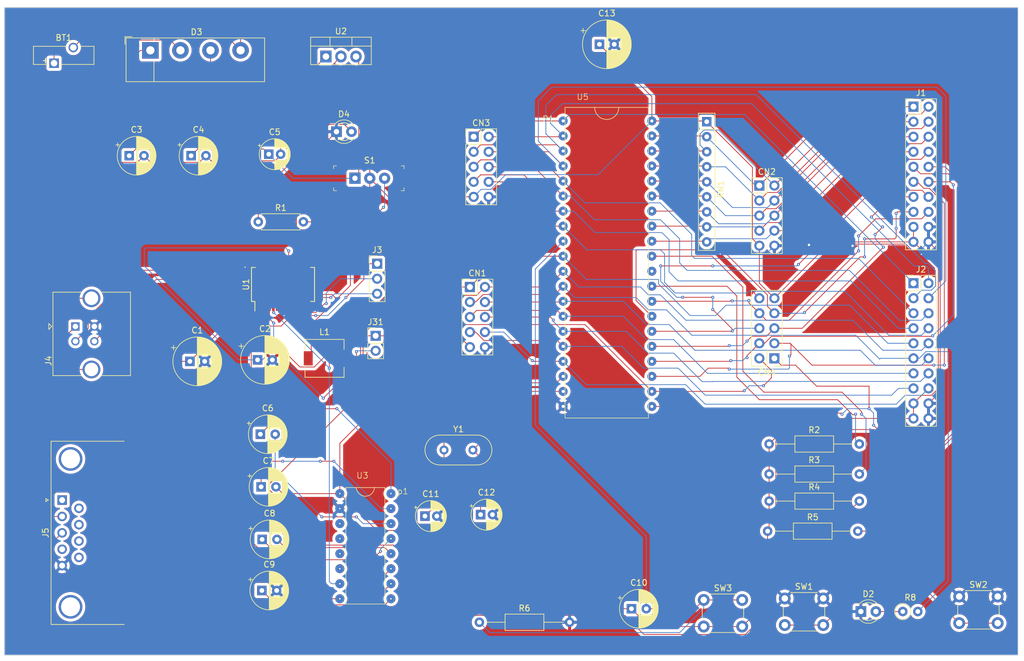
<source format=kicad_pcb>
(kicad_pcb (version 20221018) (generator pcbnew)
  (title_block (title "8051 MCU") (date "2023-07-29") (rev "v01") (comment 4 "AUTHOR: PARIKSHIT V.JOSHI"))
  (layers (0 "F.Cu" signal) (31 "B.Cu" signal) (34 "B.Paste" user) (35 "F.Paste" user) (36 "B.SilkS" user "B.Silkscreen") (37 "F.SilkS" user "F.Silkscreen") (38 "B.Mask" user) (39 "F.Mask" user) (44 "Edge.Cuts" user))
  (net 0 "")
  (net 1 "Net-(BT1--)")
  (net 2 "Net-(J4-VBUS)")
  (net 3 "GND")
  (net 4 "Net-(J31-Pin_2)")
  (net 5 "Net-(D3-+)")
  (net 6 "Net-(D3--)")
  (net 7 "Net-(U2-VO)")
  (net 8 "Net-(U3-C1+)")
  (net 9 "Net-(U3-C1-)")
  (net 10 "Net-(U3-VS+)")
  (net 11 "VCC")
  (net 12 "Net-(U3-C2+)")
  (net 13 "Net-(U3-C2-)")
  (net 14 "Net-(U3-VS-)")
  (net 15 "Net-(U5-RST)")
  (net 16 "Net-(U5-XTAL2)")
  (net 17 "Net-(U5-XTAL1)")
  (net 18 "Net-(CN1-P3_3)")
  (net 19 "Net-(CN1-P3_4)")
  (net 20 "Net-(CN1-P3_5)")
  (net 21 "Net-(CN1-P3_6)")
  (net 22 "Net-(CN1-P3_7)")
  (net 23 "Net-(CN2-P0_0)")
  (net 24 "Net-(CN2-P0_1)")
  (net 25 "Net-(CN2-P0_2)")
  (net 26 "Net-(CN2-P0_3)")
  (net 27 "Net-(CN2-P0_4)")
  (net 28 "Net-(CN2-P0_5)")
  (net 29 "Net-(CN2-P0_6)")
  (net 30 "Net-(CN2-P0_7)")
  (net 31 "Net-(CN3-P1_0)")
  (net 32 "Net-(CN3-P1_1)")
  (net 33 "Net-(CN3-P1_2)")
  (net 34 "Net-(CN3-P1_3)")
  (net 35 "Net-(CN3-P1_4)")
  (net 36 "Net-(CN3-P1_5)")
  (net 37 "Net-(CN3-P1_6)")
  (net 38 "Net-(CN3-P1_7)")
  (net 39 "Net-(CN4-P2_0)")
  (net 40 "Net-(CN4-P2_1)")
  (net 41 "Net-(CN4-P2_2)")
  (net 42 "Net-(CN4-P2_3)")
  (net 43 "Net-(CN4-P2_4)")
  (net 44 "Net-(CN4-P2_5)")
  (net 45 "Net-(CN4-P2_6)")
  (net 46 "Net-(CN4-P2_7)")
  (net 47 "/EA")
  (net 49 "Net-(U5-~{EA}{slash}VPP)")
  (net 50 "Net-(D2-A)")
  (net 51 "Net-(D4-A)")
  (net 52 "Net-(J3-Pin_1)")
  (net 53 "Net-(J3-Pin_2)")
  (net 54 "Net-(J3-Pin_3)")
  (net 55 "Net-(J4-D-)")
  (net 56 "Net-(J4-D+)")
  (net 57 "unconnected-(J4-GND-Pad5)")
  (net 59 "Net-(U3-R2IN)")
  (net 60 "Net-(U3-T2OUT)")
  (net 66 "Net-(J4-Shield)")
  (net 67 "Net-(R4-Pad2)")
  (net 68 "Net-(R5-Pad2)")
  (net 69 "/P3_2")
  (net 70 "/RXD")
  (net 71 "/TXD")
  (footprint "Capacitor_THT:CP_Radial_D6.3mm_P2.50mm" (layer "F.Cu") (at 84.4325 64.2955)
    (fp_text reference "C3")
    (fp_text value "470uF")
  )
  (footprint "Resistor_THT:R_Axial_DIN0207_L6.3mm_D2.5mm_P2.54mm_Vertical" (layer "F.Cu") (at 215.109 141.351)
    (fp_text reference "R8")
    (fp_text value "R_US")
  )
  (footprint "Capacitor_THT:CP_Radial_D6.3mm_P2.50mm" (layer "F.Cu") (at 106.894621 129.159)
    (fp_text reference "C8")
    (fp_text value "10uF")
  )
  (footprint "Connector_Dsub:DSUB-9_Female_Horizontal_P2.77x2.84mm_EdgePinOffset7.70mm_Housed_MountingHolesOffset9.12mm" (layer "F.Cu") (at 73.106 122.512 90)
    (fp_text reference "J5")
    (fp_text value "DE9_Plug")
  )
  (footprint "Connector_PinHeader_2.54mm:PinHeader_2x05_P2.54mm_Vertical" (layer "F.Cu") (at 141.986 86.487)
    (fp_text reference "CN1")
    (fp_text value "5X2 BOX")
  )
  (footprint "Resistor_THT:R_Axial_DIN0207_L6.3mm_D2.5mm_P15.24mm_Horizontal" (layer "F.Cu") (at 192.532 113.03)
    (fp_text reference "R2")
    (fp_text value "8.2K")
  )
  (footprint "digikey-footprints:Switch_Slide_11.6x4mm_EG1218" (layer "F.Cu") (at 122.5725 68.1055)
    (fp_text reference "S1")
    (fp_text value "EG1218")
  )
  (footprint "LED_THT:LED_D3.0mm" (layer "F.Cu") (at 119.4445 60.2315)
    (fp_text reference "D4")
    (fp_text value "LED")
  )
  (footprint "Button_Switch_THT:SW_PUSH_6mm_H4.3mm" (layer "F.Cu") (at 181.483 139.391)
    (fp_text reference "SW3")
    (fp_text value "SW_Push")
  )
  (footprint "Diode_THT:Diode_Bridge_Vishay_KBU" (layer "F.Cu") (at 88.011 46.482)
    (fp_text reference "D3")
    (fp_text value "BRIDGE")
  )
  (footprint "10x2header:PinHeader_2x10_P2.54mm_Vertical" (layer "F.Cu") (at 216.916 85.852)
    (fp_text reference "J2")
    (fp_text value "HEADER 10X2")
  )
  (footprint "Button_Switch_THT:SW_PUSH_6mm_H4.3mm" (layer "F.Cu") (at 224.64 138.811)
    (fp_text reference "SW2")
    (fp_text value "SW_Push")
  )
  (footprint "Connector_PinHeader_2.54mm:PinHeader_2x05_P2.54mm_Vertical" (layer "F.Cu") (at 142.621 61.087)
    (fp_text reference "CN3")
    (fp_text value "5X2 BOX")
  )
  (footprint "Capacitor_THT:CP_Radial_D6.3mm_P2.50mm" (layer "F.Cu") (at 169.279 140.879)
    (fp_text reference "C10")
    (fp_text value "10uF")
  )
  (footprint "max232:MAX232" (layer "F.Cu") (at 124.329 130.241)
    (fp_text reference "U3")
    (fp_text value "MAX232I")
  )
  (footprint "Capacitor_THT:CP_Radial_D8.0mm_P2.50mm" (layer "F.Cu") (at 94.688349 99.06)
    (fp_text reference "C1")
    (fp_text value "0.1 uF")
  )
  (footprint "Connector_PinHeader_2.54mm:PinHeader_2x05_P2.54mm_Vertical" (layer "F.Cu") (at 190.881 69.342)
    (fp_text reference "CN2")
    (fp_text value "5X2 BOX")
  )
  (footprint "Resistor_THT:R_Axial_DIN0207_L6.3mm_D2.5mm_P15.24mm_Horizontal" (layer "F.Cu") (at 192.278 127.762)
    (fp_text reference "R5")
    (fp_text value "8.2K")
  )
  (footprint "Capacitor_THT:CP_Radial_D6.3mm_P2.50mm" (layer "F.Cu") (at 106.72 120.269)
    (fp_text reference "C7")
    (fp_text value "10uF")
  )
  (footprint "Inductor_SMD:L_6.3x6.3_H3" (layer "F.Cu") (at 117.431 98.552)
    (fp_text reference "L1")
    (fp_text value "10 UH")
  )
  (footprint "Package_TO_SOT_THT:TO-220-3_Vertical" (layer "F.Cu") (at 117.6665 47.5315)
    (fp_text reference "U2")
    (fp_text value "LM7805_TO220")
  )
  (footprint "8051at89s51:AT89S51" (layer "F.Cu") (at 164.846 78.994)
    (fp_text reference "U5")
    (fp_text value "AT89S51")
  )
  (footprint "Button_Switch_THT:SW_PUSH_6mm_H4.3mm" (layer "F.Cu") (at 195.176 139.137)
    (fp_text reference "SW1")
    (fp_text value "SW_Push")
  )
  (footprint "10x2header:PinHeader_2x10_P2.54mm_Vertical" (layer "F.Cu") (at 216.916 56.007)
    (fp_text reference "J1")
    (fp_text value "HEADER 10X2")
  )
  (footprint "Resistor_THT:R_Axial_DIN0207_L6.3mm_D2.5mm_P15.24mm_Horizontal" (layer "F.Cu") (at 192.532 122.682)
    (fp_text reference "R4")
    (fp_text value "8.2K")
  )
  (footprint "Capacitor_THT:CP_Radial_D6.3mm_P2.50mm" (layer "F.Cu") (at 106.593 111.379)
    (fp_text reference "C6")
    (fp_text value "C_Polarized_US")
  )
  (footprint "Crystal:Crystal_HC49-U_Vertical" (layer "F.Cu") (at 137.614 114.046)
    (fp_text reference "Y1")
    (fp_text value "11.0592MHz")
  )
  (footprint "Capacitor_THT:CP_Radial_D6.3mm_P2.50mm" (layer "F.Cu") (at 94.894121 64.2955)
    (fp_text reference "C4")
    (fp_text value "100uF")
  )
  (footprint "Resistor_THT:R_Array_SIP9" (layer "F.Cu") (at 181.991 58.547 -90)
    (fp_text reference "RN1")
    (fp_text value "R_Network08_US")
  )
  (footprint "Connector_PinHeader_2.54mm:PinHeader_1x02_P2.54mm_Vertical" (layer "F.Cu") (at 126.067 94.737)
    (fp_text reference "J31")
    (fp_text value "Conn_01x02_Pin")
  )
  (footprint "Resistor_THT:R_Axial_DIN0207_L6.3mm_D2.5mm_P15.24mm_Horizontal" (layer "F.Cu") (at 192.532 118.11)
    (fp_text reference "R3")
    (fp_text value "8.2K")
  )
  (footprint "Resistor_THT:R_Axial_DIN0207_L6.3mm_D2.5mm_P15.24mm_Horizontal" (layer "F.Cu") (at 143.585 143.165)
    (fp_text reference "R6")
    (fp_text value "8.2K")
  )
  (footprint "Package_SO:SSOP-28_5.3x10.2mm_P0.65mm" (layer "F.Cu") (at 110.412 86.062 90)
    (fp_text reference "U1")
    (fp_text value "FT232RL")
  )
  (footprint "Connector_PinHeader_2.54mm:PinHeader_1x03_P2.54mm_Vertical" (layer "F.Cu") (at 126.321 82.55)
    (fp_text reference "J3")
    (fp_text value "Conn_01x03")
  )
  (footprint "Capacitor_THT:CP_Radial_D6.3mm_P2.50mm" (layer "F.Cu") (at 106.847 137.795)
    (fp_text reference "C9")
    (fp_text value "10uF")
  )
  (footprint "Capacitor_THT:CP_Radial_D8.0mm_P2.50mm" (layer "F.Cu") (at 106.118349 98.806)
    (fp_text reference "C2")
    (fp_text value "0.1uF")
  )
  (footprint "LED_THT:LED_D3.0mm" (layer "F.Cu") (at 208.026 141.351)
    (fp_text reference "D2")
    (fp_text value "LED")
  )
  (footprint "Capacitor_THT:CP_Radial_D5.0mm_P2.00mm" (layer "F.Cu") (at 134.398 125.222)
    (fp_text reference "C11")
    (fp_text value "33pF")
  )
  (footprint "Battery:Battery_Panasonic_CR1025-VSK_Vertical_CircularHoles" (layer "F.Cu") (at 71.7445 48.6575)
    (fp_text reference "BT1")
    (fp_text value "9V AC")
  )
  (footprint "Connector_USB:USB_B_Amphenol_MUSB-D511_Vertical_Rugged" (layer "F.Cu") (at 75.351 93.162 90)
    (fp_text reference "J4")
    (fp_text value "USB_B_Mini")
  )
  (footprint "Connector_PinHeader_2.54mm:PinHeader_2x05_P2.54mm_Vertical" (layer "F.Cu") (at 193.421 98.552 180)
    (fp_text reference "CN4")
    (fp_text value "5X2 BOX")
  )
  (footprint "Resistor_THT:R_Axial_DIN0207_L6.3mm_D2.5mm_P7.62mm_Horizontal" (layer "F.Cu") (at 106.2365 75.4715)
    (fp_text reference "R1")
    (fp_text value "330E")
  )
  (footprint "Capacitor_THT:CP_Radial_D5.0mm_P2.00mm" (layer "F.Cu") (at 143.796 124.968)
    (fp_text reference "C12")
    (fp_text value "33pF")
  )
  (footprint "Capacitor_THT:CP_Radial_D5.0mm_P2.00mm" (layer "F.Cu") (at 108.0145 64.0415)
    (fp_text reference "C5")
    (fp_text value "0.1uF")
  )
  (footprint "Capacitor_THT:CP_Radial_D8.0mm_P2.50mm" (layer "F.Cu") (at 163.87 45.466)
    (fp_text reference "C13")
    (fp_text value "0.1uF")
  )
  (gr_rect (start 63.373 39.243) (end 234.569 148.717) (stroke (width 0.1)) (fill none) (layer "Edge.Cuts"))
  (segment (start 76.245 44.757) (end 91.366 44.757) (width 0.127) (layer "F.Cu") (net 1))
  (segment (start 74.9945 46.0075) (end 76.245 44.757) (width 0.127) (layer "F.Cu") (net 1))
  (segment (start 91.366 44.757) (end 93.091 46.482) (width 0.127) (layer "F.Cu") (net 1))
  (segment (start 118.703285 87.7525) (end 119.253 88.302215) (width 0.127) (layer "F.Cu") (net 2))
  (segment (start 114.681 98.552) (end 115.187 98.046) (width 0.127) (layer "F.Cu") (net 2))
  (segment (start 105.995849 87.7525) (end 118.703285 87.7525) (width 0.127) (layer "F.Cu") (net 2))
  (segment (start 75.351 93.162) (end 73.787 94.726) (width 0.127) (layer "F.Cu") (net 2))
  (segment (start 121.793 86.233) (end 121.793 78.613) (width 0.127) (layer "F.Cu") (net 2))
  (segment (start 115.187 98.046) (end 115.187 92.839) (width 0.127) (layer "F.Cu") (net 2))
  (segment (start 119.253 88.773) (end 121.793 86.233) (width 0.127) (layer "F.Cu") (net 2))
  (segment (start 93.218 99.06) (end 94.688349 99.06) (width 0.127) (layer "F.Cu") (net 2))
  (segment (start 119.253 88.302215) (end 119.253 88.773) (width 0.127) (layer "F.Cu") (net 2))
  (segment (start 73.787 96.139) (end 74.803 97.155) (width 0.127) (layer "F.Cu") (net 2))
  (segment (start 91.313 97.155) (end 93.218 99.06) (width 0.127) (layer "F.Cu") (net 2))
  (segment (start 121.793 78.613) (end 127.381 73.025) (width 0.127) (layer "F.Cu") (net 2))
  (segment (start 94.688349 99.06) (end 105.995849 87.7525) (width 0.127) (layer "F.Cu") (net 2))
  (segment (start 115.187 92.839) (end 119.253 88.773) (width 0.127) (layer "F.Cu") (net 2))
  (segment (start 73.787 94.726) (end 73.787 96.139) (width 0.127) (layer "F.Cu") (net 2))
  (segment (start 74.803 97.155) (end 91.313 97.155) (width 0.127) (layer "F.Cu") (net 2))
  (via (at 127.381 73.025) (size 0.5) (drill 0.2) (layers "F.Cu" "B.Cu") (net 2))
  (segment (start 127.381 73.025) (end 127.5725 72.8335) (width 0.127) (layer "B.Cu") (net 2))
  (segment (start 127.5725 72.8335) (end 127.5725 68.1055) (width 0.127) (layer "B.Cu") (net 2))
  (segment (start 193.421 79.502) (end 199.136 79.502) (width 0.127) (layer "F.Cu") (net 3))
  (segment (start 112.687 66.989) (end 112.687 82.462) (width 0.127) (layer "F.Cu") (net 3))
  (segment (start 110.087 89.662) (end 110.087 90.783) (width 0.127) (layer "F.Cu") (net 3))
  (segment (start 218.222508 80.899) (end 218.267754 80.944246) (width 0.127) (layer "F.Cu") (net 3))
  (segment (start 108.137 82.462) (end 108.137 81.487) (width 0.127) (layer "F.Cu") (net 3))
  (segment (start 105.8385 81.3245) (end 107.3515 81.3245) (width 0.127) (layer "F.Cu") (net 3))
  (segment (start 221.434 80.845) (end 219.456 78.867) (width 0.127) (layer "F.Cu") (net 3))
  (segment (start 110.6015 81.3245) (end 110.737 81.46) (width 0.127) (layer "F.Cu") (net 3))
  (segment (start 190.881 88.392) (end 190.031 87.542) (width 0.127) (layer "F.Cu") (net 3))
  (segment (start 219.456 106.172) (end 221.434 104.194) (width 0.127) (layer "F.Cu") (net 3))
  (segment (start 110.737 81.46) (end 110.737 82.462) (width 0.127) (layer "F.Cu") (net 3))
  (segment (start 190.031 86.653) (end 184.277 80.899) (width 0.127) (layer "F.Cu") (net 3))
  (segment (start 190.031 87.542) (end 190.031 86.653) (width 0.127) (layer "F.Cu") (net 3))
  (segment (start 119.4445 60.2315) (end 112.687 66.989) (width 0.127) (layer "F.Cu") (net 3))
  (segment (start 108.2995 81.3245) (end 110.6015 81.3245) (width 0.127) (layer "F.Cu") (net 3))
  (segment (start 218.059 80.899) (end 218.222508 80.899) (width 0.127) (layer "F.Cu") (net 3))
  (segment (start 108.137 81.487) (end 108.2995 81.3245) (width 0.127) (layer "F.Cu") (net 3))
  (segment (start 217.297 80.899) (end 218.059 80.899) (width 0.127) (layer "F.Cu") (net 3))
  (segment (start 107.487 82.462) (end 108.137 82.462) (width 0.127) (layer "F.Cu") (net 3))
  (segment (start 107.487 81.46) (end 107.487 82.462) (width 0.127) (layer "F.Cu") (net 3))
  (segment (start 221.434 104.194) (end 221.434 80.845) (width 0.127) (layer "F.Cu") (net 3))
  (segment (start 215.636201 79.238201) (end 217.297 80.899) (width 0.127) (layer "F.Cu") (net 3))
  (segment (start 107.3515 81.3245) (end 107.487 81.46) (width 0.127) (layer "F.Cu") (net 3))
  (segment (start 110.087 90.783) (end 110.617 91.313) (width 0.127) (layer "F.Cu") (net 3))
  (segment (start 219.456 78.867) (end 219.456 76.327) (width 0.127) (layer "F.Cu") (net 3))
  (segment (start 206.629 79.53) (end 206.920799 79.238201) (width 0.127) (layer "F.Cu") (net 3))
  (segment (start 206.920799 79.238201) (end 215.636201 79.238201) (width 0.127) (layer "F.Cu") (net 3))
  (segment (start 199.136 79.502) (end 199.263 79.375) (width 0.127) (layer "F.Cu") (net 3))
  (segment (start 104.013 83.15) (end 105.8385 81.3245) (width 0.127) (layer "F.Cu") (net 3))
  (via (at 218.267754 80.944246) (size 0.5) (drill 0.2) (layers "F.Cu" "B.Cu") (net 3))
  (via (at 184.277 80.899) (size 0.5) (drill 0.2) (layers "F.Cu" "B.Cu") (net 3))
  (via (at 199.263 79.375) (size 0.8) (drill 0.4) (layers "F.Cu" "B.Cu") (net 3))
  (via (at 206.629 79.53) (size 0.8) (drill 0.4) (layers "F.Cu" "B.Cu") (net 3))
  (via (at 110.617 91.313) (size 0.5) (drill 0.2) (layers "F.Cu" "B.Cu") (net 3))
  (via (at 104.013 83.15) (size 0.5) (drill 0.2) (layers "F.Cu" "B.Cu") (net 3))
  (segment (start 184.277 80.899) (end 184.5615 80.6145) (width 0.127) (layer "B.Cu") (net 3))
  (segment (start 206.474 79.375) (end 206.629 79.53) (width 0.127) (layer "B.Cu") (net 3))
  (segment (start 192.3085 80.6145) (end 193.421 79.502) (width 0.127) (layer "B.Cu") (net 3))
  (segment (start 218.267754 80.944246) (end 218.267754 80.055246) (width 0.127) (layer "B.Cu") (net 3))
  (segment (start 110.617 89.754) (end 104.013 83.15) (width 0.127) (layer "B.Cu") (net 3))
  (segment (start 184.5615 80.6145) (end 192.3085 80.6145) (width 0.127) (layer "B.Cu") (net 3))
  (segment (start 110.617 91.313) (end 110.617 89.754) (width 0.127) (layer "B.Cu") (net 3))
  (segment (start 218.267754 80.055246) (end 219.456 78.867) (width 0.127) (layer "B.Cu") (net 3))
  (segment (start 199.263 79.375) (end 206.474 79.375) (width 0.127) (layer "B.Cu") (net 3))
  (segment (start 117.221 105.283) (end 122.809 99.695) (width 0.127) (layer "F.Cu") (net 4))
  (segment (start 111.379 80.391) (end 111.379 82.454) (width 0.127) (layer "F.Cu") (net 4))
  (segment (start 122.809 99.695) (end 122.809 97.409) (width 0.127) (layer "F.Cu") (net 4))
  (segment (start 108.137 91.876) (end 108.839 92.578) (width 0.127) (layer "F.Cu") (net 4))
  (segment (start 108.137 89.662) (end 108.137 91.876) (width 0.127) (layer "F.Cu") (net 4))
  (segment (start 111.379 82.454) (end 111.387 82.462) (width 0.127) (layer "F.Cu") (net 4))
  (via (at 111.379 80.391) (size 0.5) (drill 0.2) (layers "F.Cu" "B.Cu") (net 4))
  (via (at 108.839 92.578) (size 0.5) (drill 0.2) (layers "F.Cu" "B.Cu") (net 4))
  (via (at 117.221 105.283) (size 0.5) (drill 0.2) (layers "F.Cu" "B.Cu") (net 4))
  (via (at 122.809 97.409) (size 0.5) (drill 0.2) (layers "F.Cu" "B.Cu") (net 4))
  (segment (start 122.941 97.277) (end 126.067 97.277) (width 0.127) (layer "B.Cu") (net 4))
  (segment (start 106.934 98.806) (end 108.839 96.901) (width 0.127) (layer "B.Cu") (net 4))
  (segment (start 87.249 79.883) (end 110.871 79.883) (width 0.127) (layer "B.Cu") (net 4))
  (segment (start 86.995 80.137) (end 87.249 79.883) (width 0.127) (layer "B.Cu") (net 4))
  (segment (start 110.871 79.883) (end 111.379 80.391) (width 0.127) (layer "B.Cu") (net 4))
  (segment (start 122.809 97.409) (end 122.941 97.277) (width 0.127) (layer "B.Cu") (net 4))
  (segment (start 106.118349 98.806) (end 106.934 98.806) (width 0.127) (layer "B.Cu") (net 4))
  (segment (start 108.839 96.901) (end 117.221 105.283) (width 0.127) (layer "B.Cu") (net 4))
  (segment (start 106.118349 98.806) (end 102.87 98.806) (width 0.127) (layer "B.Cu") (net 4))
  (segment (start 86.995 82.931) (end 86.995 80.137) (width 0.127) (layer "B.Cu") (net 4))
  (segment (start 108.839 92.578) (end 108.839 96.901) (width 0.127) (layer "B.Cu") (net 4))
  (segment (start 102.87 98.806) (end 86.995 82.931) (width 0.127) (layer "B.Cu") (net 4))
  (segment (start 101.727 56.769) (end 91.959 56.769) (width 0.127) (layer "F.Cu") (net 5))
  (segment (start 98.171 53.213) (end 101.727 56.769) (width 0.127) (layer "F.Cu") (net 5))
  (segment (start 98.171 46.482) (end 98.171 53.213) (width 0.127) (layer "F.Cu") (net 5))
  (segment (start 116.0905 49.1075) (end 109.3885 49.1075) (width 0.127) (layer "F.Cu") (net 5))
  (segment (start 91.959 56.769) (end 84.4325 64.2955) (width 0.127) (layer "F.Cu") (net 5))
  (segment (start 109.3885 49.1075) (end 101.727 56.769) (width 0.127) (layer "F.Cu") (net 5))
  (segment (start 117.6665 47.5315) (end 116.0905 49.1075) (width 0.127) (layer "F.Cu") (net 5))
  (segment (start 110.0145 57.7235) (end 120.2065 47.5315) (width 0.127) (layer "F.Cu") (net 6))
  (segment (start 86.9325 64.2955) (end 85.8075 65.4205) (width 0.127) (layer "F.Cu") (net 6))
  (segment (start 81.407 64.135) (end 81.407 51.435) (width 0.127) (layer "F.Cu") (net 6))
  (segment (start 97.394121 64.2955) (end 98.265121 65.1665) (width 0.127) (layer "F.Cu") (net 6))
  (segment (start 96.269121 65.4205) (end 97.394121 64.2955) (width 0.127) (layer "F.Cu") (net 6))
  (segment (start 88.0575 65.4205) (end 96.269121 65.4205) (width 0.127) (layer "F.Cu") (net 6))
  (segment (start 86.36 46.482) (end 88.011 46.482) (width 0.127) (layer "F.Cu") (net 6))
  (segment (start 110.0145 64.0415) (end 110.0145 57.7235) (width 0.127) (layer "F.Cu") (net 6))
  (segment (start 86.9325 64.2955) (end 88.0575 65.4205) (width 0.127) (layer "F.Cu") (net 6))
  (segment (start 98.265121 65.1665) (end 109.0775 65.1665) (width 0.127) (layer "F.Cu") (net 6))
  (segment (start 82.6925 65.4205) (end 81.407 64.135) (width 0.127) (layer "F.Cu") (net 6))
  (segment (start 109.0775 65.1665) (end 110.0145 64.2295) (width 0.127) (layer "F.Cu") (net 6))
  (segment (start 110.0145 64.2295) (end 110.0145 64.0415) (width 0.127) (layer "F.Cu") (net 6))
  (segment (start 81.407 51.435) (end 86.36 46.482) (width 0.127) (layer "F.Cu") (net 6))
  (segment (start 85.8075 65.4205) (end 82.6925 65.4205) (width 0.127) (layer "F.Cu") (net 6))
  (segment (start 96.019121 63.1705) (end 107.1435 63.1705) (width 0.127) (layer "F.Cu") (net 7))
  (segment (start 122.7465 47.5315) (end 123.2095 47.9945) (width 0.127) (layer "F.Cu") (net 7))
  (segment (start 107.1435 63.1705) (end 108.0145 64.0415) (width 0.127) (layer "F.Cu") (net 7))
  (segment (start 123.2095 47.9945) (end 123.2095 67.4685) (width 0.127) (layer "F.Cu") (net 7))
  (segment (start 94.894121 64.2955) (end 96.019121 63.1705) (width 0.127) (layer "F.Cu") (net 7))
  (segment (start 123.2095 67.4685) (end 122.5725 68.1055) (width 0.127) (layer "F.Cu") (net 7))
  (segment (start 108.0145 64.0415) (end 112.0785 68.1055) (width 0.127) (layer "B.Cu") (net 7))
  (segment (start 112.0785 68.1055) (end 122.5725 68.1055) (width 0.127) (layer "B.Cu") (net 7))
  (segment (start 106.593 111.379) (end 110.911 107.061) (width 0.127) (layer "F.Cu") (net 8))
  (segment (start 110.911 107.061) (end 119.507 107.061) (width 0.127) (layer "F.Cu") (net 8))
  (via (at 119.507 107.061) (size 0.5) (drill 0.2) (layers "F.Cu" "B.Cu") (net 8))
  (segment (start 119.507 107.061) (end 128.651 116.205) (width 0.127) (layer "B.Cu") (net 8))
  (segment (start 128.651 116.205) (end 128.651 121.412) (width 0.127) (layer "B.Cu") (net 8))
  (segment (start 120.322277 125.349) (end 122.809 125.349) (width 0.127) (layer "F.Cu") (net 9))
  (segment (start 116.967 125.349) (end 120.322277 125.349) (width 0.127) (layer "F.Cu") (net 9))
  (via (at 122.809 125.349) (size 0.5) (drill 0.2) (layers "F.Cu" "B.Cu") (net 9))
  (via (at 116.967 125.349) (size 0.5) (drill 0.2) (layers "F.Cu" "B.Cu") (net 9))
  (segment (start 123.952 126.492) (end 128.651 126.492) (width 0.127) (layer "B.Cu") (net 9))
  (segment (start 122.809 125.349) (end 123.952 126.492) (width 0.127) (layer "B.Cu") (net 9))
  (segment (start 109.093 111.379) (end 109.093 117.475) (width 0.127) (layer "B.Cu") (net 9))
  (segment (start 109.093 117.475) (end 116.967 125.349) (width 0.127) (layer "B.Cu") (net 9))
  (segment (start 106.72 120.269) (end 106.72 116.038) (width 0.127) (layer "F.Cu") (net 10))
  (segment (start 106.807 115.951) (end 110.363 115.951) (width 0.127) (layer "F.Cu") (net 10))
  (segment (start 116.713 115.951) (end 118.999 115.951) (width 0.127) (layer "F.Cu") (net 10))
  (segment (start 106.72 116.038) (end 106.807 115.951) (width 0.127) (layer "F.Cu") (net 10))
  (via (at 116.713 115.951) (size 0.5) (drill 0.2) (layers "F.Cu" "B.Cu") (net 10))
  (via (at 110.363 115.951) (size 0.5) (drill 0.2) (layers "F.Cu" "B.Cu") (net 10))
  (via (at 118.999 115.951) (size 0.5) (drill 0.2) (layers "F.Cu" "B.Cu") (net 10))
  (segment (start 127 123.952) (end 128.651 123.952) (width 0.127) (layer "B.Cu") (net 10))
  (segment (start 118.999 115.951) (end 127 123.952) (width 0.127) (layer "B.Cu") (net 10))
  (segment (start 110.363 115.951) (end 116.713 115.951) (width 0.127) (layer "B.Cu") (net 10))
  (segment (start 202.946 78.867) (end 216.916 78.867) (width 0.127) (layer "F.Cu") (net 11))
  (segment (start 196.85 108.712) (end 192.532 113.03) (width 0.127) (layer "F.Cu") (net 11))
  (segment (start 192.278 139.596) (end 187.983 143.891) (width 0.127) (layer "F.Cu") (net 11))
  (segment (start 128.214 71.247) (end 142.621 71.247) (width 0.127) (layer "F.Cu") (net 11))
  (segment (start 124.465 94.737) (end 126.067 94.737) (width 0.127) (layer "F.Cu") (net 11))
  (segment (start 125.0725 69.9995) (end 119.507 75.565) (width 0.127) (layer "F.Cu") (net 11))
  (segment (start 181.991 58.547) (end 189.706 66.262) (width 0.127) (layer "F.Cu") (net 11))
  (segment (start 192.278 127.762) (end 192.278 139.596) (width 0.127) (layer "F.Cu") (net 11))
  (segment (start 172.72 54.316) (end 163.87 45.466) (width 0.127) (layer "F.Cu") (net 11))
  (segment (start 120.015 121.412) (end 110.363 121.412) (width 0.127) (layer "F.Cu") (net 11))
  (segment (start 119.4135 75.4715) (end 113.8565 75.4715) (width 0.127) (layer "F.Cu") (net 11))
  (segment (start 221.107 83.058) (end 221.107 103.642701) (width 0.127) (layer "F.Cu") (net 11))
  (segment (start 103.251 46.482) (end 103.251 43.561) (width 0.127) (layer "F.Cu") (net 11))
  (segment (start 189.706 66.262) (end 189.706 78.327) (width 0.127) (layer "F.Cu") (net 11))
  (segment (start 172.72 58.42) (end 181.864 58.42) (width 0.127) (layer "F.Cu") (net 11))
  (segment (start 221.107 103.642701) (end 219.942701 104.807) (width 0.127) (layer "F.Cu") (net 11))
  (segment (start 129.667 127.635) (end 126.238 127.635) (width 0.127) (layer "F.Cu") (net 11))
  (segment (start 125.0725 64.2845) (end 125.0725 68.1055) (width 0.127) (layer "F.Cu") (net 11))
  (segment (start 172.72 58.42) (end 172.72 54.316) (width 0.127) (layer "F.Cu") (net 11))
  (segment (start 125.0725 68.1055) (end 128.214 71.247) (width 0.127) (layer "F.Cu") (net 11))
  (segment (start 71.7445 45.8575) (end 74.422 43.18) (width 0.127) (layer "F.Cu") (net 11))
  (segment (start 190.881 79.502) (end 190.881 85.852) (width 0.127) (layer "F.Cu") (net 11))
  (segment (start 192.532 118.11) (end 192.532 122.682) (width 0.127) (layer "F.Cu") (net 11))
  (segment (start 187.983 143.891) (end 181.483 143.891) (width 0.127) (layer "F.Cu") (net 11))
  (segment (start 103.251 43.561) (end 106.172 40.64) (width 0.127) (layer "F.Cu") (net 11))
  (segment (start 125.0725 68.1055) (end 125.0725 69.9995) (width 0.127) (layer "F.Cu") (net 11))
  (segment (start 189.706 78.327) (end 190.881 79.502) (width 0.127) (layer "F.Cu") (net 11))
  (segment (start 193.421 88.392) (end 202.946 78.867) (width 0.127) (layer "F.Cu") (net 11))
  (segment (start 99.949 43.18) (end 103.251 46.482) (width 0.127) (layer "F.Cu") (net 11))
  (segment (start 172.291 143.891) (end 169.279 140.879) (width 0.127) (layer "F.Cu") (net 11))
  (segment (start 126.238 127.635) (end 120.015 121.412) (width 0.127) (layer "F.Cu") (net 11))
  (segment (start 123.952 108.966) (end 123.952 95.25) (width 0.127) (layer "F.Cu") (net 11))
  (segment (start 181.864 58.42) (end 181.991 58.547) (width 0.127) (layer "F.Cu") (net 11))
  (segment (start 119.507 75.565) (end 119.4135 75.4715) (width 0.127) (layer "F.Cu") (net 11))
  (segment (start 129.032 60.325) (end 125.0725 64.2845) (width 0.127) (layer "F.Cu") (net 11))
  (segment (start 169.279 140.879) (end 142.911 140.879) (width 0.127) (layer "F.Cu") (net 11))
  (segment (start 216.916 106.172) (end 216.916 108.712) (width 0.127) (layer "F.Cu") (net 11))
  (segment (start 216.916 78.867) (end 221.107 83.058) (width 0.127) (layer "F.Cu") (net 11))
  (segment (start 216.916 78.867) (end 216.916 76.327) (width 0.127) (layer "F.Cu") (net 11))
  (segment (start 126.067 94.737) (end 140.076 94.737) (width 0.127) (layer "F.Cu") (net 11))
  (segment (start 123.952 108.966) (end 120.015 112.903) (width 0.127) (layer "F.Cu") (net 11))
  (segment (start 140.076 94.737) (end 141.986 96.647) (width 0.127) (layer "F.Cu") (net 11))
  (segment (start 192.532 127.508) (end 192.278 127.762) (width 0.127) (layer "F.Cu") (net 11))
  (segment (start 110.363 121.412) (end 109.22 120.269) (width 0.127) (layer "F.Cu") (net 11))
  (segment (start 192.532 113.03) (end 192.532 118.11) (width 0.127) (layer "F.Cu") (net 11))
  (segment (start 142.911 140.879) (end 129.667 127.635) (width 0.127) (layer "F.Cu") (net 11))
  (segment (start 127.127 40.64) (end 129.032 42.545) (width 0.127) (layer "F.Cu") (net 11))
  (segment (start 120.015 112.903) (end 120.015 121.412) (width 0.127) (layer "F.Cu") (net 11))
  (segment (start 129.032 42.545) (end 129.032 60.325) (width 0.127) (layer "F.Cu") (net 11))
  (segment (start 219.942701 104.807) (end 218.281 104.807) (width 0.127) (layer "F.Cu") (net 11))
  (segment (start 181.483 143.891) (end 172.291 143.891) (width 0.127) (layer "F.Cu") (net 11))
  (segment (start 218.281 104.807) (end 216.916 106.172) (width 0.127) (layer "F.Cu") (net 11))
  (segment (start 190.881 85.852) (end 193.421 88.392) (width 0.127) (layer "F.Cu") (net 11))
  (segment (start 216.916 108.712) (end 196.85 108.712) (width 0.127) (layer "F.Cu") (net 11))
  (segment (start 123.952 95.25) (end 124.465 94.737) (width 0.127) (layer "F.Cu") (net 11))
  (segment (start 106.172 40.64) (end 127.127 40.64) (width 0.127) (layer "F.Cu") (net 11))
  (segment (start 192.532 122.682) (end 192.532 127.508) (width 0.127) (layer "F.Cu") (net 11))
  (segment (start 71.7445 48.6575) (end 71.7445 45.8575) (width 0.127) (layer "F.Cu") (net 11))
  (segment (start 74.422 43.18) (end 99.949 43.18) (width 0.127) (layer "F.Cu") (net 11))
  (segment (start 143.891 69.977) (end 142.621 71.247) (width 0.127) (layer "B.Cu") (net 11))
  (segment (start 163.647 67.493) (end 148.036701 67.493) (width 0.127) (layer "B.Cu") (net 11))
  (segment (start 145.552701 69.977) (end 143.891 69.977) (width 0.127) (layer "B.Cu") (net 11))
  (segment (start 148.036701 67.493) (end 145.552701 69.977) (width 0.127) (layer "B.Cu") (net 11))
  (segment (start 172.72 58.42) (end 163.647 67.493) (width 0.127) (layer "B.Cu") (net 11))
  (segment (start 125.4665 132.5975) (end 126.873 131.191) (width 0.127) (layer "F.Cu") (net 12))
  (segment (start 110.333121 132.5975) (end 125.4665 132.5975) (width 0.127) (layer "F.Cu") (net 12))
  (segment (start 106.894621 129.159) (end 110.333121 132.5975) (width 0.127) (layer "F.Cu") (net 12))
  (via (at 126.873 131.191) (size 0.5) (drill 0.2) (layers "F.Cu" "B.Cu") (net 12))
  (segment (start 126.873 131.191) (end 126.873 130.81) (width 0.127) (layer "B.Cu") (net 12))
  (segment (start 126.873 130.81) (end 128.651 129.032) (width 0.127) (layer "B.Cu") (net 12))
  (segment (start 109.394621 129.159) (end 110.782121 130.5465) (width 0.127) (layer "F.Cu") (net 13))
  (segment (start 127.6255 130.5465) (end 128.651 131.572) (width 0.127) (layer "F.Cu") (net 13))
  (segment (start 110.782121 130.5465) (end 127.6255 130.5465) (width 0.127) (layer "F.Cu") (net 13))
  (segment (start 106.847 137.795) (end 109.2695 140.2175) (width 0.127) (layer "F.Cu") (net 14))
  (segment (start 109.2695 140.2175) (end 122.5455 140.2175) (width 0.127) (layer "F.Cu") (net 14))
  (segment (start 122.5455 140.2175) (end 128.651 134.112) (width 0.127) (layer "F.Cu") (net 14))
  (segment (start 181.483 139.391) (end 187.983 139.391) (width 0.127) (layer "F.Cu") (net 15))
  (segment (start 171.779 140.879) (end 179.995 140.879) (width 0.127) (layer "F.Cu") (net 15))
  (segment (start 179.995 140.879) (end 181.483 139.391) (width 0.127) (layer "F.Cu") (net 15))
  (segment (start 143.585 143.165) (end 145.327 144.907) (width 0.127) (layer "B.Cu") (net 15))
  (segment (start 177.419 144.907) (end 181.483 140.843) (width 0.127) (layer "B.Cu") (net 15))
  (segment (start 153.035 83.439) (end 157.734 78.74) (width 0.127) (layer "B.Cu") (net 15))
  (segment (start 153.035 109.855) (end 153.035 83.439) (width 0.127) (layer "B.Cu") (net 15))
  (segment (start 145.327 144.907) (end 177.419 144.907) (width 0.127) (layer "B.Cu") (net 15))
  (segment (start 181.483 140.843) (end 181.483 139.391) (width 0.127) (layer "B.Cu") (net 15))
  (segment (start 171.779 140.879) (end 171.779 128.599) (width 0.127) (layer "B.Cu") (net 15))
  (segment (start 171.779 128.599) (end 153.035 109.855) (width 0.127) (layer "B.Cu") (net 15))
  (segment (start 156.647 102.687) (end 144.201 102.687) (width 0.127) (layer "F.Cu") (net 16))
  (segment (start 137.614 109.274) (end 137.614 114.046) (width 0.127) (layer "F.Cu") (net 16))
  (segment (start 144.201 102.687) (end 137.614 109.274) (width 0.127) (layer "F.Cu") (net 16))
  (segment (start 137.614 122.006) (end 134.398 125.222) (width 0.127) (layer "F.Cu") (net 16))
  (segment (start 157.734 101.6) (end 156.647 102.687) (width 0.127) (layer "F.Cu") (net 16))
  (segment (start 137.614 114.046) (end 137.614 122.006) (width 0.127) (layer "F.Cu") (net 16))
  (segment (start 142.494 114.046) (end 143.796 115.348) (width 0.127) (layer "F.Cu") (net 17))
  (segment (start 157.734 104.14) (end 152.4 104.14) (width 0.127) (layer "F.Cu") (net 17))
  (segment (start 143.796 115.348) (end 143.796 124.968) (width 0.127) (layer "F.Cu") (net 17))
  (segment (start 152.4 104.14) (end 142.494 114.046) (width 0.127) (layer "F.Cu") (net 17))
  (segment (start 157.607 89.027) (end 157.734 88.9) (width 0.127) (layer "F.Cu") (net 18))
  (segment (start 144.526 89.027) (end 157.607 89.027) (width 0.127) (layer "F.Cu") (net 18))
  (segment (start 157.734 88.9) (end 167.894 88.9) (width 0.127) (layer "B.Cu") (net 18))
  (segment (start 171.831 92.837) (end 175.641 92.837) (width 0.127) (layer "B.Cu") (net 18))
  (segment (start 207.931 97.187) (end 210.471 99.727) (width 0.127) (layer "B.Cu") (net 18))
  (segment (start 179.991 97.187) (end 207.931 97.187) (width 0.127) (layer "B.Cu") (net 18))
  (segment (start 210.471 99.727) (end 218.281 99.727) (width 0.127) (layer "B.Cu") (net 18))
  (segment (start 218.281 99.727) (end 219.456 98.552) (width 0.127) (layer "B.Cu") (net 18))
  (segment (start 167.894 88.9) (end 171.831 92.837) (width 0.127) (layer "B.Cu") (net 18))
  (segment (start 175.641 92.837) (end 179.991 97.187) (width 0.127) (layer "B.Cu") (net 18))
  (segment (start 156.7475 90.4535) (end 157.734 91.44) (width 0.127) (layer "F.Cu") (net 19))
  (segment (start 143.0995 90.4535) (end 156.7475 90.4535) (width 0.127) (layer "F.Cu") (net 19))
  (segment (start 141.986 91.567) (end 143.0995 90.4535) (width 0.127) (layer "F.Cu") (net 19))
  (segment (start 176.403 95.377) (end 182.118 101.092) (width 0.127) (layer "B.Cu") (net 19))
  (segment (start 167.894 91.44) (end 171.831 95.377) (width 0.127) (layer "B.Cu") (net 19))
  (segment (start 157.734 91.44) (end 167.894 91.44) (width 0.127) (layer "B.Cu") (net 19))
  (segment (start 182.118 101.092) (end 216.916 101.092) (width 0.127) (layer "B.Cu") (net 19))
  (segment (start 171.831 95.377) (end 176.403 95.377) (width 0.127) (layer "B.Cu") (net 19))
  (segment (start 155.575 91.567) (end 156.083 92.075) (width 0.127) (layer "F.Cu") (net 20))
  (segment (start 144.526 91.567) (end 155.575 91.567) (width 0.127) (layer "F.Cu") (net 20))
  (via (at 156.083 92.075) (size 0.5) (drill 0.2) (layers "F.Cu" "B.Cu") (net 20))
  (segment (start 183.039 102.457) (end 218.091 102.457) (width 0.127) (layer "B.Cu") (net 20))
  (segment (start 157.734 93.98) (end 168.402 93.98) (width 0.127) (layer "B.Cu") (net 20))
  (segment (start 183.007 102.489) (end 183.039 102.457) (width 0.127) (layer "B.Cu") (net 20))
  (segment (start 168.402 93.98) (end 172.085 97.663) (width 0.127) (layer "B.Cu") (net 20))
  (segment (start 176.403 97.663) (end 181.229 102.489) (width 0.127) (layer "B.Cu") (net 20))
  (segment (start 218.091 102.457) (end 219.456 101.092) (width 0.127) (layer "B.Cu") (net 20))
  (segment (start 172.085 97.663) (end 176.403 97.663) (width 0.127) (layer "B.Cu") (net 20))
  (segment (start 156.083 92.075) (end 156.083 92.329) (width 0.127) (layer "B.Cu") (net 20))
  (segment (start 181.229 102.489) (end 183.007 102.489) (width 0.127) (layer "B.Cu") (net 20))
  (segment (start 156.083 92.329) (end 157.734 93.98) (width 0.127) (layer "B.Cu") (net 20))
  (segment (start 141.986 94.107) (end 142.951273 94.107) (width 0.127) (layer "F.Cu") (net 21))
  (segment (start 144.377773 95.5335) (end 156.7475 95.5335) (width 0.127) (layer "F.Cu") (net 21))
  (segment (start 142.951273 94.107) (end 144.377773 95.5335) (width 0.127) (layer "F.Cu") (net 21))
  (segment (start 156.7475 95.5335) (end 157.734 96.52) (width 0.127) (layer "F.Cu") (net 21))
  (segment (start 181.737 104.775) (end 213.233 104.775) (width 0.127) (layer "B.Cu") (net 21))
  (segment (start 157.734 96.52) (end 167.64 96.52) (width 0.127) (layer "B.Cu") (net 21))
  (segment (start 167.64 96.52) (end 171.323 100.203) (width 0.127) (layer "B.Cu") (net 21))
  (segment (start 214.376 103.632) (end 216.916 103.632) (width 0.127) (layer "B.Cu") (net 21))
  (segment (start 171.323 100.203) (end 177.165 100.203) (width 0.127) (layer "B.Cu") (net 21))
  (segment (start 177.165 100.203) (end 181.737 104.775) (width 0.127) (layer "B.Cu") (net 21))
  (segment (start 213.233 104.775) (end 214.376 103.632) (width 0.127) (layer "B.Cu") (net 21))
  (segment (start 152.522 98.933) (end 152.649 99.06) (width 0.127) (layer "F.Cu") (net 22))
  (segment (start 152.649 99.06) (end 157.734 99.06) (width 0.127) (layer "F.Cu") (net 22))
  (via (at 152.522 98.933) (size 0.5) (drill 0.2) (layers "F.Cu" "B.Cu") (net 22))
  (segment (start 178.435 102.997) (end 181.737 106.299) (width 0.127) (layer "B.Cu") (net 22))
  (segment (start 213.995 106.299) (end 215.487 104.807) (width 0.127) (layer "B.Cu") (net 22))
  (segment (start 161.671 102.997) (end 178.435 102.997) (width 0.127) (layer "B.Cu") (net 22))
  (segment (start 144.526 94.107) (end 147.696 94.107) (width 0.127) (layer "B.Cu") (net 22))
  (segment (start 218.281 104.807) (end 219.456 103.632) (width 0.127) (layer "B.Cu") (net 22))
  (segment (start 215.487 104.807) (end 218.281 104.807) (width 0.127) (layer "B.Cu") (net 22))
  (segment (start 157.734 99.06) (end 161.671 102.997) (width 0.127) (layer "B.Cu") (net 22))
  (segment (start 147.696 94.107) (end 152.522 98.933) (width 0.127) (layer "B.Cu") (net 22))
  (segment (start 181.737 106.299) (end 213.995 106.299) (width 0.127) (layer "B.Cu") (net 22))
  (segment (start 181.864 60.96) (end 181.991 61.087) (width 0.127) (layer "F.Cu") (net 23))
  (segment (start 190.881 69.342) (end 204.216 56.007) (width 0.127) (layer "F.Cu") (net 23))
  (segment (start 204.216 56.007) (end 216.916 56.007) (width 0.127) (layer "F.Cu") (net 23))
  (segment (start 172.72 60.96) (end 181.864 60.96) (width 0.127) (layer "F.Cu") (net 23))
  (segment (start 190.246 69.342) (end 190.881 69.342) (width 0.127) (layer "B.Cu") (net 23))
  (segment (start 181.991 61.087) (end 190.246 69.342) (width 0.127) (layer "B.Cu") (net 23))
  (segment (start 193.421 69.342) (end 205.486 57.277) (width 0.127) (layer "F.Cu") (net 24))
  (segment (start 218.186 57.277) (end 219.456 56.007) (width 0.127) (layer "F.Cu") (net 24))
  (segment (start 172.72 63.5) (end 181.864 63.5) (width 0.127) (layer "F.Cu") (net 24))
  (segment (start 205.486 57.277) (end 218.186 57.277) (width 0.127) (layer "F.Cu") (net 24))
  (segment (start 181.864 63.5) (end 181.991 63.627) (width 0.127) (layer "F.Cu") (net 24))
  (segment (start 180.866 60.621009) (end 181.525009 59.962) (width 0.127) (layer "B.Cu") (net 24))
  (segment (start 181.525009 59.962) (end 184.041 59.962) (width 0.127) (layer "B.Cu") (net 24))
  (segment (start 180.866 62.502) (end 180.866 60.621009) (width 0.127) (layer "B.Cu") (net 24))
  (segment (start 184.041 59.962) (end 193.421 69.342) (width 0.127) (layer "B.Cu") (net 24))
  (segment (start 181.991 63.627) (end 180.866 62.502) (width 0.127) (layer "B.Cu") (net 24))
  (segment (start 193.907701 70.517) (end 205.867 58.557701) (width 0.127) (layer "F.Cu") (net 25))
  (segment (start 190.881 71.882) (end 192.246 70.517) (width 0.127) (layer "F.Cu") (net 25))
  (segment (start 205.867 58.547) (end 216.916 58.547) (width 0.127) (layer "F.Cu") (net 25))
  (segment (start 205.867 58.557701) (end 205.867 58.547) (width 0.127) (layer "F.Cu") (net 25))
  (segment (start 192.246 70.517) (end 193.907701 70.517) (width 0.127) (layer "F.Cu") (net 25))
  (segment (start 181.864 66.04) (end 181.991 66.167) (width 0.127) (layer "F.Cu") (net 25))
  (segment (start 172.72 66.04) (end 181.864 66.04) (width 0.127) (layer "F.Cu") (net 25))
  (segment (start 181.991 66.167) (end 185.166 66.167) (width 0.127) (layer "B.Cu") (net 25))
  (segment (start 185.166 66.167) (end 190.881 71.882) (width 0.127) (layer "B.Cu") (net 25))
  (segment (start 205.581 59.722) (end 218.281 59.722) (width 0.127) (layer "F.Cu") (net 26))
  (segment (start 193.421 71.882) (end 205.581 59.722) (width 0.127) (layer "F.Cu") (net 26))
  (segment (start 181.864 68.58) (end 181.991 68.707) (width 0.127) (layer "F.Cu") (net 26))
  (segment (start 172.72 68.58) (end 181.864 68.58) (width 0.127) (layer "F.Cu") (net 26))
  (segment (start 218.281 59.722) (end 219.456 58.547) (width 0.127) (layer "F.Cu") (net 26))
  (segment (start 192.246 73.057) (end 193.421 71.882) (width 0.127) (layer "B.Cu") (net 26))
  (segment (start 181.991 68.707) (end 186.341 73.057) (width 0.127) (layer "B.Cu") (net 26))
  (segment (start 186.341 73.057) (end 192.246 73.057) (width 0.127) (layer "B.Cu") (net 26))
  (segment (start 181.864 71.12) (end 181.991 71.247) (width 0.127) (layer "F.Cu") (net 27))
  (segment (start 192.056 73.247) (end 193.717701 73.247) (width 0.127) (layer "F.Cu") (net 27))
  (segment (start 205.867 61.087) (end 216.916 61.087) (width 0.127) (layer "F.Cu") (net 27))
  (segment (start 190.881 74.422) (end 192.056 73.247) (width 0.127) (layer "F.Cu") (net 27))
  (segment (start 205.359 61.605701) (end 205.359 61.595) (width 0.127) (layer "F.Cu") (net 27))
  (segment (start 172.72 71.12) (end 181.864 71.12) (width 0.127) (layer "F.Cu") (net 27))
  (segment (start 193.717701 73.247) (end 205.359 61.605701) (width 0.127) (layer "F.Cu") (net 27))
  (segment (start 205.359 61.595) (end 205.867 61.087) (width 0.127) (layer "F.Cu") (net 27))
  (segment (start 185.166 74.422) (end 190.881 74.422) (width 0.127) (layer "B.Cu") (net 27))
  (segment (start 181.991 71.247) (end 185.166 74.422) (width 0.127) (layer "B.Cu") (net 27))
  (segment (start 172.72 73.66) (end 181.864 73.66) (width 0.127) (layer "F.Cu") (net 28))
  (segment (start 193.421 74.422) (end 205.581 62.262) (width 0.127) (layer "F.Cu") (net 28))
  (segment (start 218.281 62.262) (end 219.456 61.087) (width 0.127) (layer "F.Cu") (net 28))
  (segment (start 205.581 62.262) (end 218.281 62.262) (width 0.127) (layer "F.Cu") (net 28))
  (segment (start 181.864 73.66) (end 181.991 73.787) (width 0.127) (layer "F.Cu") (net 28))
  (segment (start 192.056 75.787) (end 193.421 74.422) (width 0.127) (layer "B.Cu") (net 28))
  (segment (start 183.991 75.787) (end 192.056 75.787) (width 0.127) (layer "B.Cu") (net 28))
  (segment (start 181.991 73.787) (end 183.991 75.787) (width 0.127) (layer "B.Cu") (net 28))
  (segment (start 181.864 76.2) (end 181.991 76.327) (width 0.127) (layer "F.Cu") (net 29))
  (segment (start 192.246 75.597) (end 194.405 75.597) (width 0.127) (layer "F.Cu") (net 29))
  (segment (start 190.881 76.962) (end 192.246 75.597) (width 0.127) (layer "F.Cu") (net 29))
  (segment (start 194.405 75.597) (end 206.375 63.627) (width 0.127) (layer "F.Cu") (net 29))
  (segment (start 206.375 63.627) (end 216.916 63.627) (width 0.127) (layer "F.Cu") (net 29))
  (segment (start 172.72 76.2) (end 181.864 76.2) (width 0.127) (layer "F.Cu") (net 29))
  (segment (start 181.991 76.327) (end 190.246 76.327) (width 0.127) (layer "B.Cu") (net 29))
  (segment (start 190.246 76.327) (end 190.881 76.962) (width 0.127) (layer "B.Cu") (net 29))
  (segment (start 218.186 64.897) (end 219.456 63.627) (width 0.127) (layer "F.Cu") (net 30))
  (segment (start 193.421 76.962) (end 195.072 76.962) (width 0.127) (layer "F.Cu") (net 30))
  (segment (start 172.72 78.74) (end 181.864 78.74) (width 0.127) (layer "F.Cu") (net 30))
  (segment (start 207.137 64.897) (end 218.186 64.897) (width 0.127) (layer "F.Cu") (net 30))
  (segment (start 181.864 78.74) (end 181.991 78.867) (width 0.127) (layer "F.Cu") (net 30))
  (segment (start 195.072 76.962) (end 207.137 64.897) (width 0.127) (layer "F.Cu") (net 30))
  (segment (start 181.991 78.867) (end 182.531 78.327) (width 0.127) (layer "B.Cu") (net 30))
  (segment (start 182.531 78.327) (end 192.056 78.327) (width 0.127) (layer "B.Cu") (net 30))
  (segment (start 192.056 78.327) (end 193.421 76.962) (width 0.127) (layer "B.Cu") (net 30))
  (segment (start 145.288 58.42) (end 157.734 58.42) (width 0.127) (layer "F.Cu") (net 31))
  (segment (start 142.621 61.087) (end 145.288 58.42) (width 0.127) (layer "F.Cu") (net 31))
  (segment (start 157.734 58.42) (end 158.821 57.333) (width 0.127) (layer "B.Cu") (net 31))
  (segment (start 188.397 57.333) (end 216.916 85.852) (width 0.127) (layer "B.Cu") (net 31))
  (segment (start 158.821 57.333) (end 188.397 57.333) (width 0.127) (layer "B.Cu") (net 31))
  (segment (start 157.607 61.087) (end 157.734 60.96) (width 0.127) (layer "F.Cu") (net 32))
  (segment (start 145.161 61.087) (end 157.607 61.087) (width 0.127) (layer "F.Cu") (net 32))
  (segment (start 219.456 83.312) (end 219.456 85.852) (width 0.127) (layer "B.Cu") (net 32))
  (segment (start 217.043 82.931) (end 219.075 82.931) (width 0.127) (layer "B.Cu") (net 32))
  (segment (start 157.734 60.96) (end 155.575 58.801) (width 0.127) (layer "B.Cu") (net 32))
  (segment (start 219.075 82.931) (end 219.456 83.312) (width 0.127) (layer "B.Cu") (net 32))
  (segment (start 155.575 58.801) (end 155.575 57.531) (width 0.127) (layer "B.Cu") (net 32))
  (segment (start 189.611 55.499) (end 217.043 82.931) (width 0.127) (layer "B.Cu") (net 32))
  (segment (start 157.607 55.499) (end 189.611 55.499) (width 0.127) (layer "B.Cu") (net 32))
  (segment (start 155.575 57.531) (end 157.607 55.499) (width 0.127) (layer "B.Cu") (net 32))
  (segment (start 143.796 62.452) (end 156.686 62.452) (width 0.127) (layer "F.Cu") (net 33))
  (segment (start 156.686 62.452) (end 157.734 63.5) (width 0.127) (layer "F.Cu") (net 33))
  (segment (start 142.621 63.627) (end 143.796 62.452) (width 0.127) (layer "F.Cu") (net 33))
  (segment (start 190.362299 53.975) (end 218.868299 82.481) (width 0.127) (layer "B.Cu") (net 33))
  (segment (start 154.813 55.753) (end 156.591 53.975) (width 0.127) (layer "B.Cu") (net 33))
  (segment (start 219.942701 87.027) (end 218.281 87.027) (width 0.127) (layer "B.Cu") (net 33))
  (segment (start 218.868299 82.481) (end 219.387 82.481) (width 0.127) (layer "B.Cu") (net 33))
  (segment (start 218.281 87.027) (end 216.916 88.392) (width 0.127) (layer "B.Cu") (net 33))
  (segment (start 157.734 63.5) (end 154.813 60.579) (width 0.127) (layer "B.Cu") (net 33))
  (segment (start 219.387 82.481) (end 220.631 83.725) (width 0.127) (layer "B.Cu") (net 33))
  (segment (start 220.631 83.725) (end 220.631 86.338701) (width 0.127) (layer "B.Cu") (net 33))
  (segment (start 154.813 60.579) (end 154.813 55.753) (width 0.127) (layer "B.Cu") (net 33))
  (segment (start 156.591 53.975) (end 190.362299 53.975) (width 0.127) (layer "B.Cu") (net 33))
  (segment (start 220.631 86.338701) (end 219.942701 87.027) (width 0.127) (layer "B.Cu") (net 33))
  (segment (start 155.321 63.627) (end 157.734 66.04) (width 0.127) (layer "F.Cu") (net 34))
  (segment (start 145.161 63.627) (end 155.321 63.627) (width 0.127) (layer "F.Cu") (net 34))
  (segment (start 222.377 54.229) (end 222.377 85.471) (width 0.127) (layer "B.Cu") (net 34))
  (segment (start 222.377 85.471) (end 219.456 88.392) (width 0.127) (layer "B.Cu") (net 34))
  (segment (start 153.543 61.849) (end 153.543 54.991) (width 0.127) (layer "B.Cu") (net 34))
  (segment (start 155.829 52.705) (end 220.853 52.705) (width 0.127) (layer "B.Cu") (net 34))
  (segment (start 153.543 54.991) (end 155.829 52.705) (width 0.127) (layer "B.Cu") (net 34))
  (segment (start 220.853 52.705) (end 222.377 54.229) (width 0.127) (layer "B.Cu") (net 34))
  (segment (start 157.734 66.04) (end 153.543 61.849) (width 0.127) (layer "B.Cu") (net 34))
  (segment (start 154.146 64.992) (end 157.734 68.58) (width 0.127) (layer "F.Cu") (net 35))
  (segment (start 143.796 64.992) (end 154.146 64.992) (width 0.127) (layer "F.Cu") (net 35))
  (segment (start 142.621 66.167) (end 143.796 64.992) (width 0.127) (layer "F.Cu") (net 35))
  (segment (start 174.117 72.263) (end 179.451 77.597) (width 0.127) (layer "B.Cu") (net 35))
  (segment (start 179.451 81.153) (end 179.959 81.661) (width 0.127) (layer "B.Cu") (net 35))
  (segment (start 179.959 81.661) (end 207.645 81.661) (width 0.127) (layer "B.Cu") (net 35))
  (segment (start 207.645 81.661) (end 216.916 90.932) (width 0.127) (layer "B.Cu") (net 35))
  (segment (start 157.734 68.58) (end 161.417 72.263) (width 0.127) (layer "B.Cu") (net 35))
  (segment (start 161.417 72.263) (end 174.117 72.263) (width 0.127) (layer "B.Cu") (net 35))
  (segment (start 179.451 77.597) (end 179.451 81.153) (width 0.127) (layer "B.Cu") (net 35))
  (segment (start 152.781 66.167) (end 157.734 71.12) (width 0.127) (layer "F.Cu") (net 36))
  (segment (start 145.161 66.167) (end 152.781 66.167) (width 0.127) (layer "F.Cu") (net 36))
  (segment (start 159.004 71.12) (end 162.997 75.113) (width 0.127) (layer "B.Cu") (net 36))
  (segment (start 174.173 75.113) (end 177.419 78.359) (width 0.127) (layer "B.Cu") (net 36))
  (segment (start 157.734 71.12) (end 159.004 71.12) (width 0.127) (layer "B.Cu") (net 36))
  (segment (start 178.689 83.693) (end 206.121 83.693) (width 0.127) (layer "B.Cu") (net 36))
  (segment (start 177.419 82.423) (end 178.689 83.693) (width 0.127) (layer "B.Cu") (net 36))
  (segment (start 214.535 92.107) (end 218.281 92.107) (width 0.127) (layer "B.Cu") (net 36))
  (segment (start 206.121 83.693) (end 214.535 92.107) (width 0.127) (layer "B.Cu") (net 36))
  (segment (start 218.281 92.107) (end 219.456 90.932) (width 0.127) (layer "B.Cu") (net 36))
  (segment (start 162.997 75.113) (end 174.173 75.113) (width 0.127) (layer "B.Cu") (net 36))
  (segment (start 177.419 78.359) (end 177.419 82.423) (width 0.127) (layer "B.Cu") (net 36))
  (segment (start 152.273 68.707) (end 152.273 70.231) (width 0.127) (layer "F.Cu") (net 37))
  (segment (start 152.273 70.231) (end 155.702 73.66) (width 0.127) (layer "F.Cu") (net 37))
  (segment (start 142.621 68.707) (end 143.796 67.532) (width 0.127) (layer "F.Cu") (net 37))
  (segment (start 143.796 67.532) (end 151.098 67.532) (width 0.127) (layer "F.Cu") (net 37))
  (segment (start 151.098 67.532) (end 152.273 68.707) (width 0.127) (layer "F.Cu") (net 37))
  (segment (start 155.702 73.66) (end 157.734 73.66) (width 0.127) (layer "F.Cu") (net 37))
  (segment (start 163.139 77.287) (end 174.427 77.287) (width 0.127) (layer "B.Cu") (net 37))
  (segment (start 175.641 83.947) (end 177.165 85.471) (width 0.127) (layer "B.Cu") (net 37))
  (segment (start 159.512 73.66) (end 163.139 77.287) (width 0.127) (layer "B.Cu") (net 37))
  (segment (start 214.376 93.472) (end 216.916 93.472) (width 0.127) (layer "B.Cu") (net 37))
  (segment (start 206.375 85.471) (end 214.376 93.472) (width 0.127) (layer "B.Cu") (net 37))
  (segment (start 177.165 85.471) (end 206.375 85.471) (width 0.127) (layer "B.Cu") (net 37))
  (segment (start 157.734 73.66) (end 159.512 73.66) (width 0.127) (layer "B.Cu") (net 37))
  (segment (start 174.427 77.287) (end 175.641 78.501) (width 0.127) (layer "B.Cu") (net 37))
  (segment (start 175.641 78.501) (end 175.641 83.947) (width 0.127) (layer "B.Cu") (net 37))
  (segment (start 147.701 68.707) (end 155.194 76.2) (width 0.127) (layer "F.Cu") (net 38))
  (segment (start 145.161 68.707) (end 147.701 68.707) (width 0.127) (layer "F.Cu") (net 38))
  (segment (start 155.194 76.2) (end 157.734 76.2) (width 0.127) (layer "F.Cu") (net 38))
  (segment (start 174.173 80.193) (end 174.879 80.899) (width 0.127) (layer "B.Cu") (net 38))
  (segment (start 205.327 87.217) (end 212.757 94.647) (width 0.127) (layer "B.Cu") (net 38))
  (segment (start 157.734 76.2) (end 161.727 80.193) (width 0.127) (layer "B.Cu") (net 38))
  (segment (start 176.403 87.217) (end 176.403 87.249) (width 0.127) (layer "B.Cu") (net 38))
  (segment (start 161.727 80.193) (end 174.173 80.193) (width 0.127) (layer "B.Cu") (net 38))
  (segment (start 174.879 80.899) (end 174.879 85.725) (width 0.127) (layer "B.Cu") (net 38))
  (segment (start 212.757 94.647) (end 218.281 94.647) (width 0.127) (layer "B.Cu") (net 38))
  (segment (start 176.371 87.217) (end 176.403 87.217) (width 0.127) (layer "B.Cu") (net 38))
  (segment (start 176.657 87.503) (end 188.817 87.503) (width 0.127) (layer "B.Cu") (net 38))
  (segment (start 189.103 87.217) (end 205.327 87.217) (width 0.127) (layer "B.Cu") (net 38))
  (segment (start 176.403 87.249) (end 176.657 87.503) (width 0.127) (layer "B.Cu") (net 38))
  (segment (start 174.879 85.725) (end 176.371 87.217) (width 0.127) (layer "B.Cu") (net 38))
  (segment (start 218.281 94.647) (end 219.456 93.472) (width 0.127) (layer "B.Cu") (net 38))
  (segment (start 188.817 87.503) (end 189.103 87.217) (width 0.127) (layer "B.Cu") (net 38))
  (segment (start 172.72 106.68) (end 180.594 106.68) (width 0.127) (layer "F.Cu") (net 39))
  (segment (start 200.533 103.251) (end 196.977 99.695) (width 0.127) (layer "F.Cu") (net 39))
  (segment (start 194.564 99.695) (end 193.421 98.552) (width 0.127) (layer "F.Cu") (net 39))
  (segment (start 224.409 68.951695) (end 224.409 110.363) (width 0.127) (layer "F.Cu") (net 39))
  (segment (start 181.737 107.823) (end 204.6865 107.823) (width 0.127) (layer "F.Cu") (net 39))
  (segment (start 213.487 113.157) (end 210.185 109.855) (width 0.127) (layer "F.Cu") (net 39))
  (segment (start 196.977 99.695) (end 194.564 99.695) (width 0.127) (layer "F.Cu") (net 39))
  (segment (start 222.799305 67.342) (end 224.409 68.951695) (width 0.127) (layer "F.Cu") (net 39))
  (segment (start 204.6865 107.823) (end 204.851 107.9875) (width 0.127) (layer "F.Cu") (net 39))
  (segment (start 180.594 106.68) (end 181.737 107.823) (width 0.127) (layer "F.Cu") (net 39))
  (segment (start 224.409 110.363) (end 221.615 113.157) (width 0.127) (layer "F.Cu") (net 39))
  (segment (start 209.423 107.061) (end 209.423 103.251) (width 0.127) (layer "F.Cu") (net 39))
  (segment (start 218.091 67.342) (end 222.799305 67.342) (width 0.127) (layer "F.Cu") (net 39))
  (segment (start 221.615 113.157) (end 213.487 113.157) (width 0.127) (layer "F.Cu") (net 39))
  (segment (start 209.423 103.251) (end 200.533 103.251) (width 0.127) (layer "F.Cu") (net 39))
  (segment (start 216.916 66.167) (end 218.091 67.342) (width 0.127) (layer "F.Cu") (net 39))
  (via (at 209.423 107.061) (size 0.5) (drill 0.2) (layers "F.Cu" "B.Cu") (net 39))
  (via (at 210.185 109.855) (size 0.5) (drill 0.2) (layers "F.Cu" "B.Cu") (net 39))
  (via (at 204.851 107.9875) (size 0.5) (drill 0.2) (layers "F.Cu" "B.Cu") (net 39))
  (segment (start 204.851 107.9875) (end 205.7775 107.061) (width 0.127) (layer "B.Cu") (net 39))
  (segment (start 210.185 109.855) (end 210.185 107.823) (width 0.127) (layer "B.Cu") (net 39))
  (segment (start 210.185 107.823) (end 209.423 107.061) (width 0.127) (layer "B.Cu") (net 39))
  (segment (start 205.7775 107.061) (end 209.423 107.061) (width 0.127) (layer "B.Cu") (net 39))
  (segment (start 213.300604 113.607) (end 210.273604 110.58) (width 0.127) (layer "F.Cu") (net 40))
  (segment (start 224.859 110.549396) (end 221.801396 113.607) (width 0.127) (layer "F.Cu") (net 40))
  (segment (start 192.913 100.584) (end 190.881 98.552) (width 0.127) (layer "F.Cu") (net 40))
  (segment (start 140.986251 142.004) (end 129.101251 130.119) (width 0.127) (layer "F.Cu") (net 40))
  (segment (start 161.417 92.837) (end 172.72 104.14) (width 0.127) (layer "F.Cu") (net 40))
  (segment (start 188.214 104.14) (end 188.336701 104.017299) (width 0.127) (layer "F.Cu") (net 40))
  (segment (start 222.260701 66.167) (end 224.859 68.765299) (width 0.127) (layer "F.Cu") (net 40))
  (segment (start 221.801396 113.607) (end 213.300604 113.607) (width 0.127) (layer "F.Cu") (net 40))
  (segment (start 108.095 119.803009) (end 123.502 104.396009) (width 0.127) (layer "F.Cu") (net 40))
  (segment (start 117.479009 130.119) (end 108.095 120.734991) (width 0.127) (layer "F.Cu") (net 40))
  (segment (start 191.581616 103.181017) (end 192.913 101.849633) (width 0.127) (layer "F.Cu") (net 40))
  (segment (start 193.657 112.564009) (end 193.657 140.090833) (width 0.127) (layer "F.Cu") (net 40))
  (segment (start 188.531833 145.216) (end 171.366 145.216) (width 0.127) (layer "F.Cu") (net 40))
  (segment (start 210.273604 110.58) (end 195.641009 110.58) (width 0.127) (layer "F.Cu") (net 40))
  (segment (start 172.72 104.14) (end 188.214 104.14) (width 0.127) (layer "F.Cu") (net 40))
  (segment (start 168.154 142.004) (end 140.986251 142.004) (width 0.127) (layer "F.Cu") (net 40))
  (segment (start 129.101251 130.119) (end 117.479009 130.119) (width 0.127) (layer "F.Cu") (net 40))
  (segment (start 219.456 66.167) (end 222.260701 66.167) (width 0.127) (layer "F.Cu") (net 40))
  (segment (start 193.657 140.090833) (end 188.531833 145.216) (width 0.127) (layer "F.Cu") (net 40))
  (segment (start 224.859 68.765299) (end 224.859 110.549396) (width 0.127) (layer "F.Cu") (net 40))
  (segment (start 195.641009 110.58) (end 193.657 112.564009) (width 0.127) (layer "F.Cu") (net 40))
  (segment (start 125.617 92.837) (end 161.417 92.837) (width 0.127) (layer "F.Cu") (net 40))
  (segment (start 192.913 101.849633) (end 192.913 100.584) (width 0.127) (layer "F.Cu") (net 40))
  (segment (start 108.095 120.734991) (end 108.095 119.803009) (width 0.127) (layer "F.Cu") (net 40))
  (segment (start 171.366 145.216) (end 168.154 142.004) (width 0.127) (layer "F.Cu") (net 40))
  (segment (start 123.502 94.952) (end 125.617 92.837) (width 0.127) (layer "F.Cu") (net 40))
  (segment (start 123.502 104.396009) (end 123.502 94.952) (width 0.127) (layer "F.Cu") (net 40))
  (via (at 191.581616 103.181017) (size 0.5) (drill 0.2) (layers "F.Cu" "B.Cu") (net 40))
  (via (at 188.336701 104.017299) (size 0.5) (drill 0.2) (layers "F.Cu" "B.Cu") (net 40))
  (segment (start 189.172983 103.181017) (end 191.581616 103.181017) (width 0.127) (layer "B.Cu") (net 40))
  (segment (start 188.336701 104.017299) (end 189.172983 103.181017) (width 0.127) (layer "B.Cu") (net 40))
  (segment (start 222.123 99.695) (end 222.123 72.339273) (width 0.127) (layer "F.Cu") (net 41))
  (segment (start 222.123 72.339273) (end 219.604227 69.8205) (width 0.127) (layer "F.Cu") (net 41))
  (segment (start 196.088 96.012) (end 196.215 96.139) (width 0.127) (layer "F.Cu") (net 41))
  (segment (start 172.72 101.6) (end 180.848 101.6) (width 0.127) (layer "F.Cu") (net 41))
  (segment (start 180.848 101.6) (end 182.245 100.203) (width 0.127) (layer "F.Cu") (net 41))
  (segment (start 182.245 100.203) (end 185.6365 100.203) (width 0.127) (layer "F.Cu") (net 41))
  (segment (start 219.604227 69.8205) (end 218.6645 69.8205) (width 0.127) (layer "F.Cu") (net 41))
  (segment (start 217.551 68.707) (end 216.916 68.707) (width 0.127) (layer "F.Cu") (net 41))
  (segment (start 218.6645 69.8205) (end 217.551 68.707) (width 0.127) (layer "F.Cu") (net 41))
  (segment (start 196.088 96.012) (end 199.772168 99.696168) (width 0.127) (layer "F.Cu") (net 41))
  (segment (start 199.772168 99.696168) (end 220.345909 99.696168) (width 0.127) (layer "F.Cu") (net 41))
  (segment (start 196.215 96.139) (end 196.215 97.917) (width 0.127) (layer "F.Cu") (net 41))
  (segment (start 185.6365 100.203) (end 185.801 100.3675) (width 0.127) (layer "F.Cu") (net 41))
  (segment (start 193.421 96.012) (end 196.088 96.012) (width 0.127) (layer "F.Cu") (net 41))
  (segment (start 196.215 97.917) (end 195.961 98.171) (width 0.127) (layer "F.Cu") (net 41))
  (via (at 220.345909 99.696168) (size 0.5) (drill 0.2) (layers "F.Cu" "B.Cu") (net 41))
  (via (at 195.961 98.171) (size 0.5) (drill 0.2) (layers "F.Cu" "B.Cu") (net 41))
  (via (at 185.801 100.3675) (size 0.5) (drill 0.2) (layers "F.Cu" "B.Cu") (net 41))
  (via (at 222.123 99.695) (size 0.5) (drill 0.2) (layers "F.Cu" "B.Cu") (net 41))
  (segment (start 185.801 100.3675) (end 195.7965 100.3675) (width 0.127) (layer "B.Cu") (net 41))
  (segment (start 220.345909 99.696168) (end 220.347077 99.695) (width 0.127) (layer "B.Cu") (net 41))
  (segment (start 220.347077 99.695) (end 222.123 99.695) (width 0.127) (layer "B.Cu") (net 41))
  (segment (start 195.961 100.203) (end 195.961 98.171) (width 0.127) (layer "B.Cu") (net 41))
  (segment (start 195.7965 100.3675) (end 195.961 100.203) (width 0.127) (layer "B.Cu") (net 41))
  (segment (start 185.928 99.06) (end 186.055 98.933) (width 0.127) (layer "F.Cu") (net 42))
  (segment (start 188.8115 98.0815) (end 190.881 96.012) (width 0.127) (layer "F.Cu") (net 42))
  (segment (start 223.139 68.707) (end 219.456 68.707) (width 0.127) (layer "F.Cu") (net 42))
  (segment (start 190.881 96.012) (end 191.759299 96.012) (width 0.127) (layer "F.Cu") (net 42))
  (segment (start 220.067847 94.837) (end 220.15994 94.744907) (width 0.127) (layer "F.Cu") (net 42))
  (segment (start 223.139 68.707) (end 223.647 69.215) (width 0.127) (layer "F.Cu") (net 42))
  (segment (start 192.934299 94.837) (end 220.067847 94.837) (width 0.127) (layer "F.Cu") (net 42))
  (segment (start 172.72 99.06) (end 185.928 99.06) (width 0.127) (layer "F.Cu") (net 42))
  (segment (start 188.8115 98.425) (end 188.8115 98.0815) (width 0.127) (layer "F.Cu") (net 42))
  (segment (start 191.759299 96.012) (end 192.934299 94.837) (width 0.127) (layer "F.Cu") (net 42))
  (via (at 220.15994 94.744907) (size 0.5) (drill 0.2) (layers "F.Cu" "B.Cu") (net 42))
  (via (at 188.8115 98.425) (size 0.5) (drill 0.2) (layers "F.Cu" "B.Cu") (net 42))
  (via (at 223.647 69.215) (size 0.5) (drill 0.2) (layers "F.Cu" "B.Cu") (net 42))
  (via (at 186.055 98.933) (size 0.5) (drill 0.2) (layers "F.Cu" "B.Cu") (net 42))
  (segment (start 220.15994 94.744907) (end 223.647 91.257847) (width 0.127) (layer "B.Cu") (net 42))
  (segment (start 188.087 98.933) (end 188.595 98.425) (width 0.127) (layer "B.Cu") (net 42))
  (segment (start 186.055 98.933) (end 188.087 98.933) (width 0.127) (layer "B.Cu") (net 42))
  (segment (start 188.595 98.425) (end 188.8115 98.425) (width 0.127) (layer "B.Cu") (net 42))
  (segment (start 223.647 91.257847) (end 223.647 69.215) (width 0.127) (layer "B.Cu") (net 42))
  (segment (start 188.8115 95.631) (end 189.6055 94.837) (width 0.127) (layer "F.Cu") (net 43))
  (segment (start 209.804 74.667402) (end 213.224402 71.247) (width 0.127) (layer "F.Cu") (net 43))
  (segment (start 193.421 93.472) (end 198.12 93.472) (width 0.127) (layer "F.Cu") (net 43))
  (segment (start 198.12 93.472) (end 211.840299 79.751701) (width 0.127) (layer "F.Cu") (net 43))
  (segment (start 192.056 94.837) (end 193.421 93.472) (width 0.127) (layer "F.Cu") (net 43))
  (segment (start 172.72 96.52) (end 185.674 96.52) (width 0.127) (layer "F.Cu") (net 43))
  (segment (start 185.674 96.52) (end 185.801 96.393) (width 0.127) (layer "F.Cu") (net 43))
  (segment (start 210.439 77.597) (end 211.69935 76.33665) (width 0.127) (layer "F.Cu") (net 43))
  (segment (start 213.224402 71.247) (end 216.916 71.247) (width 0.127) (layer "F.Cu") (net 43))
  (segment (start 189.6055 94.837) (end 192.056 94.837) (width 0.127) (layer "F.Cu") (net 43))
  (via (at 188.8115 95.631) (size 0.5) (drill 0.2) (layers "F.Cu" "B.Cu") (net 43))
  (via (at 185.801 96.393) (size 0.5) (drill 0.2) (layers "F.Cu" "B.Cu") (net 43))
  (via (at 209.804 74.667402) (size 0.5) (drill 0.2) (layers "F.Cu" "B.Cu") (net 43))
  (via (at 211.69935 76.33665) (size 0.5) (drill 0.2) (layers "F.Cu" "B.Cu") (net 43))
  (via (at 210.439 77.597) (size 0.5) (drill 0.2) (layers "F.Cu" "B.Cu") (net 43))
  (via (at 211.840299 79.751701) (size 0.5) (drill 0.2) (layers "F.Cu" "B.Cu") (net 43))
  (segment (start 211.69935 76.33665) (end 211.473248 76.33665) (width 0.127) (layer "B.Cu") (net 43))
  (segment (start 211.473248 76.33665) (end 209.804 74.667402) (width 0.127) (layer "B.Cu") (net 43))
  (segment (start 210.439 78.350402) (end 210.439 77.597) (width 0.127) (layer "B.Cu") (net 43))
  (segment (start 211.840299 79.751701) (end 210.439 78.350402) (width 0.127) (layer "B.Cu") (net 43))
  (segment (start 185.801 96.393) (end 188.0495 96.393) (width 0.127) (layer "B.Cu") (net 43))
  (segment (start 188.0495 96.393) (end 188.8115 95.631) (width 0.127) (layer "B.Cu") (net 43))
  (segment (start 218.3425 70.1335) (end 219.456 71.247) (width 0.127) (layer "F.Cu") (net 44))
  (segment (start 210.0285 70.1335) (end 218.3425 70.1335) (width 0.127) (layer "F.Cu") (net 44))
  (segment (start 186.309 93.599) (end 183.007 90.297) (width 0.127) (layer "F.Cu") (net 44))
  (segment (start 174.216 82.931) (end 183.007 82.931) (width 0.127) (layer "F.Cu") (net 44))
  (segment (start 183.007 88.237) (end 177.927 88.237) (width 0.127) (layer "F.Cu") (net 44))
  (segment (start 186.309 93.9225) (end 186.309 93.599) (width 0.127) (layer "F.Cu") (net 44))
  (segment (start 172.72 93.98) (end 186.2515 93.98) (width 0.127) (layer "F.Cu") (net 44))
  (segment (start 197.485 82.677) (end 210.0285 70.1335) (width 0.127) (layer "F.Cu") (net 44))
  (segment (start 186.2515 93.98) (end 186.309 93.9225) (width 0.127) (layer "F.Cu") (net 44))
  (via (at 183.007 90.297) (size 0.5) (drill 0.2) (layers "F.Cu" "B.Cu") (net 44))
  (via (at 174.216 82.931) (size 0.5) (drill 0.2) (layers "F.Cu" "B.Cu") (net 44))
  (via (at 183.007 88.237) (size 0.5) (drill 0.2) (layers "F.Cu" "B.Cu") (net 44))
  (via (at 197.485 82.677) (size 0.5) (drill 0.2) (layers "F.Cu" "B.Cu") (net 44))
  (via (at 183.007 82.931) (size 0.5) (drill 0.2) (layers "F.Cu" "B.Cu") (net 44))
  (via (at 186.309 93.9225) (size 0.5) (drill 0.2) (layers "F.Cu" "B.Cu") (net 44))
  (via (at 177.927 88.237) (size 0.5) (drill 0.2) (layers "F.Cu" "B.Cu") (net 44))
  (segment (start 197.231 82.931) (end 197.485 82.677) (width 0.127) (layer "B.Cu") (net 44))
  (segment (start 183.007 82.931) (end 197.231 82.931) (width 0.127) (layer "B.Cu") (net 44))
  (segment (start 174.216 85.524448) (end 174.216 82.931) (width 0.127) (layer "B.Cu") (net 44))
  (segment (start 186.309 93.9225) (end 186.7595 93.472) (width 0.127) (layer "B.Cu") (net 44))
  (segment (start 176.928552 88.237) (end 174.216 85.524448) (width 0.127) (layer "B.Cu") (net 44))
  (segment (start 177.927 88.237) (end 176.928552 88.237) (width 0.127) (layer "B.Cu") (net 44))
  (segment (start 186.7595 93.472) (end 190.881 93.472) (width 0.127) (layer "B.Cu") (net 44))
  (segment (start 183.007 90.297) (end 183.007 88.237) (width 0.127) (layer "B.Cu") (net 44))
  (segment (start 192.246 87.853396) (end 192.246 89.757) (width 0.127) (layer "F.Cu") (net 45))
  (segment (start 192.246 89.757) (end 193.421 90.932) (width 0.127) (layer "F.Cu") (net 45))
  (segment (start 208.666 78.359) (end 208.661 78.354) (width 0.127) (layer "F.Cu") (net 45))
  (segment (start 170.251 80.193) (end 184.585604 80.193) (width 0.127) (layer "F.Cu") (net 45))
  (segment (start 170.053 88.773) (end 170.053 80.391) (width 0.127) (layer "F.Cu") (net 45))
  (segment (start 172.72 91.44) (end 170.053 88.773) (width 0.127) (layer "F.Cu") (net 45))
  (segment (start 207.899 81.407) (end 198.501 90.805) (width 0.127) (layer "F.Cu") (net 45))
  (segment (start 213.741 78.359) (end 208.666 78.359) (width 0.127) (layer "F.Cu") (net 45))
  (segment (start 214.249 73.787) (end 213.995 74.041) (width 0.127) (layer "F.Cu") (net 45))
  (segment (start 213.995 78.105) (end 213.741 78.359) (width 0.127) (layer "F.Cu") (net 45))
  (segment (start 213.995 76.581) (end 213.995 78.105) (width 0.127) (layer "F.Cu") (net 45))
  (segment (start 216.916 73.787) (end 214.249 73.787) (width 0.127) (layer "F.Cu") (net 45))
  (segment (start 184.585604 80.193) (end 192.246 87.853396) (width 0.127) (layer "F.Cu") (net 45))
  (segment (start 170.053 80.391) (end 170.251 80.193) (width 0.127) (layer "F.Cu") (net 45))
  (segment (start 208.661 81.407) (end 207.899 81.407) (width 0.127) (layer "F.Cu") (net 45))
  (via (at 208.661 81.407) (size 0.5) (drill 0.2) (layers "F.Cu" "B.Cu") (net 45))
  (via (at 213.995 76.581) (size 0.5) (drill 0.2) (layers "F.Cu" "B.Cu") (net 45))
  (via (at 198.501 90.805) (size 0.5) (drill 0.2) (layers "F.Cu" "B.Cu") (net 45))
  (via (at 213.995 74.041) (size 0.5) (drill 0.2) (layers "F.Cu" "B.Cu") (net 45))
  (via (at 208.661 78.354) (size 0.5) (drill 0.2) (layers "F.Cu" "B.Cu") (net 45))
  (segment (start 213.995 74.041) (end 213.995 76.581) (width 0.127) (layer "B.Cu") (net 45))
  (segment (start 198.501 90.805) (end 198.374 90.932) (width 0.127) (layer "B.Cu") (net 45))
  (segment (start 208.661 78.354) (end 208.661 81.407) (width 0.127) (layer "B.Cu") (net 45))
  (segment (start 198.374 90.932) (end 193.421 90.932) (width 0.127) (layer "B.Cu") (net 45))
  (segment (start 210.534 74.962) (end 218.281 74.962) (width 0.127) (layer "F.Cu") (net 46))
  (segment (start 186.1245 88.8425) (end 186.309 88.8425) (width 0.127) (layer "F.Cu") (net 46))
  (segment (start 218.281 74.962) (end 219.456 73.787) (width 0.127) (layer "F.Cu") (net 46))
  (segment (start 189.103 89.154) (end 190.881 90.932) (width 0.127) (layer "F.Cu") (net 46))
  (segment (start 186.055 88.773) (end 186.1245 88.8425) (width 0.127) (layer "F.Cu") (net 46))
  (segment (start 185.928 88.9) (end 186.055 88.773) (width 0.127) (layer "F.Cu") (net 46))
  (segment (start 207.645 77.851) (end 210.534 74.962) (width 0.127) (layer "F.Cu") (net 46))
  (segment (start 195.929 92.107) (end 207.645 80.391) (width 0.127) (layer "F.Cu") (net 46))
  (segment (start 192.056 92.107) (end 195.929 92.107) (width 0.127) (layer "F.Cu") (net 46))
  (segment (start 190.881 90.932) (end 192.056 92.107) (width 0.127) (layer "F.Cu") (net 46))
  (segment (start 189.103 88.773) (end 189.103 89.154) (width 0.127) (layer "F.Cu") (net 46))
  (segment (start 172.72 88.9) (end 185.928 88.9) (width 0.127) (layer "F.Cu") (net 46))
  (via (at 207.645 77.851) (size 0.5) (drill 0.2) (layers "F.Cu" "B.Cu") (net 46))
  (via (at 186.309 88.8425) (size 0.5) (drill 0.2) (layers "F.Cu" "B.Cu") (net 46))
  (via (at 189.103 88.773) (size 0.5) (drill 0.2) (layers "F.Cu" "B.Cu") (net 46))
  (via (at 207.645 80.391) (size 0.5) (drill 0.2) (layers "F.Cu" "B.Cu") (net 46))
  (segment (start 189.0335 88.8425) (end 189.103 88.773) (width 0.127) (layer "B.Cu") (net 46))
  (segment (start 207.645 80.391) (end 207.645 77.851) (width 0.127) (layer "B.Cu") (net 46))
  (segment (start 186.309 88.8425) (end 189.0335 88.8425) (width 0.127) (layer "B.Cu") (net 46))
  (segment (start 207.0475 108.077) (end 207.137 107.9875) (width 0.127) (layer "F.Cu") (net 47))
  (segment (start 190.881 105.537) (end 204.089 105.537) (width 0.127) (layer "F.Cu") (net 47))
  (segment (start 185.42 86.36) (end 187.071 88.011) (width 0.127) (layer "F.Cu") (net 47))
  (segment (start 187.071 101.727) (end 190.881 105.537) (width 0.127) (layer "F.Cu") (net 47))
  (segment (start 206.629 108.077) (end 207.0475 108.077) (width 0.127) (layer "F.Cu") (net 47))
  (segment (start 204.089 105.537) (end 206.629 108.077) (width 0.127) (layer "F.Cu") (net 47))
  (segment (start 172.72 86.36) (end 185.42 86.36) (width 0.127) (layer "F.Cu") (net 47))
  (segment (start 187.071 88.011) (end 187.071 101.727) (width 0.127) (layer "F.Cu") (net 47))
  (via (at 207.137 107.9875) (size 0.5) (drill 0.2) (layers "F.Cu" "B.Cu") (net 47))
  (segment (start 207.137 107.9875) (end 207.137 112.395) (width 0.127) (layer "B.Cu") (net 47))
  (segment (start 207.137 112.395) (end 207.772 113.03) (width 0.127) (layer "B.Cu") (net 47))
  (segment (start 208.153 107.569) (end 208.153 107.9875) (width 0.127) (layer "F.Cu") (net 49))
  (segment (start 172.72 81.28) (end 182.88 81.28) (width 0.127) (layer "F.Cu") (net 49))
  (segment (start 188.087 100.711) (end 188.849 101.473) (width 0.127) (layer "F.Cu") (net 49))
  (segment (start 188.849 101.473) (end 191.643 104.267) (width 0.127) (layer "F.Cu") (net 49))
  (segment (start 191.643 104.267) (end 204.851 104.267) (width 0.127) (layer "F.Cu") (net 49))
  (segment (start 182.88 81.28) (end 188.087 86.487) (width 0.127) (layer "F.Cu") (net 49))
  (segment (start 188.087 86.487) (end 188.087 100.711) (width 0.127) (layer "F.Cu") (net 49))
  (segment (start 204.851 104.267) (end 208.153 107.569) (width 0.127) (layer "F.Cu") (net 49))
  (via (at 208.153 107.9875) (size 0.5) (drill 0.2) (layers "F.Cu" "B.Cu") (net 49))
  (segment (start 208.153 107.9875) (end 208.897 108.7315) (width 0.127) (layer "B.Cu") (net 49))
  (segment (start 208.897 116.985) (end 207.772 118.11) (width 0.127) (layer "B.Cu") (net 49))
  (segment (start 208.897 108.7315) (end 208.897 116.985) (width 0.127) (layer "B.Cu") (net 49))
  (segment (start 215.109 141.351) (end 210.566 141.351) (width 0.127) (layer "F.Cu") (net 50))
  (segment (start 120.7595 59.0065) (end 118.2195 59.0065) (width 0.127) (layer "F.Cu") (net 51))
  (segment (start 118.2195 59.0065) (end 106.2365 70.9895) (width 0.127) (layer "F.Cu") (net 51))
  (segment (start 106.2365 70.9895) (end 106.2365 75.4715) (width 0.127) (layer "F.Cu") (net 51))
  (segment (start 121.9845 60.2315) (end 120.7595 59.0065) (width 0.127) (layer "F.Cu") (net 51))
  (segment (start 111.887 91.313) (end 115.951 91.313) (width 0.127) (layer "F.Cu") (net 52))
  (segment (start 106.553 91.567) (end 106.553 92.837) (width 0.127) (layer "F.Cu") (net 52))
  (segment (start 107.487 89.662) (end 107.487 90.633) (width 0.127) (layer "F.Cu") (net 52))
  (segment (start 110.109 93.091) (end 111.887 91.313) (width 0.127) (layer "F.Cu") (net 52))
  (segment (start 121.031 88.265) (end 124.079 85.217) (width 0.127) (layer "F.Cu") (net 52))
  (segment (start 106.807 93.091) (end 110.109 93.091) (width 0.127) (layer "F.Cu") (net 52))
  (segment (start 106.553 92.837) (end 106.807 93.091) (width 0.127) (layer "F.Cu") (net 52))
  (segment (start 124.206 82.55) (end 126.321 82.55) (width 0.127) (layer "F.Cu") (net 52))
  (segment (start 107.487 90.633) (end 106.553 91.567) (width 0.127) (layer "F.Cu") (net 52))
  (segment (start 124.079 82.677) (end 124.206 82.55) (width 0.127) (layer "F.Cu") (net 52))
  (segment (start 124.079 85.217) (end 124.079 82.677) (width 0.127) (layer "F.Cu") (net 52))
  (via (at 115.951 91.313) (size 0.5) (drill 0.2) (layers "F.Cu" "B.Cu") (net 52))
  (via (at 121.031 88.265) (size 0.5) (drill 0.2) (layers "F.Cu" "B.Cu") (net 52))
  (segment (start 115.951 91.313) (end 117.983 91.313) (width 0.127) (layer "B.Cu") (net 52))
  (segment (start 117.983 91.313) (end 121.031 88.265) (width 0.127) (layer "B.Cu") (net 52))
  (segment (start 115.9555 90.8005) (end 117.729 89.027) (width 0.127) (layer "F.Cu") (net 53))
  (segment (start 112.8235 90.8005) (end 115.9555 90.8005) (width 0.127) (layer "F.Cu") (net 53))
  (segment (start 112.687 89.662) (end 112.687 90.664) (width 0.127) (layer "F.Cu") (net 53))
  (segment (start 112.687 90.664) (end 112.8235 90.8005) (width 0.127) (layer "F.Cu") (net 53))
  (via (at 117.729 89.281) (size 0.5) (drill 0.2) (layers "F.Cu" "B.Cu") (net 53))
  (segment (start 117.729 89.027) (end 117.729 87.503) (width 0.127) (layer "B.Cu") (net 53))
  (segment (start 117.729 87.503) (end 120.142 85.09) (width 0.127) (layer "B.Cu") (net 53))
  (segment (start 120.142 85.09) (end 126.321 85.09) (width 0.127) (layer "B.Cu") (net 53))
  (segment (start 106.837 89.662) (end 106.837 88.66) (width 0.127) (layer "F.Cu") (net 54))
  (segment (start 106.837 88.66) (end 107.232 88.265) (width 0.127) (layer "F.Cu") (net 54))
  (segment (start 107.232 88.265) (end 118.491 88.265) (width 0.127) (layer "F.Cu") (net 54))
  (via (at 118.491 88.265) (size 0.5) (drill 0.2) (layers "F.Cu" "B.Cu") (net 54))
  (segment (start 118.491 88.265) (end 119.126 87.63) (width 0.127) (layer "B.Cu") (net 54))
  (segment (start 119.126 87.63) (end 126.321 87.63) (width 0.127) (layer "B.Cu") (net 54))
  (segment (start 113.912 83.662) (end 113.987 83.587) (width 0.127) (layer "F.Cu") (net 55))
  (segment (start 85.502 83.662) (end 113.912 83.662) (width 0.127) (layer "F.Cu") (net 55))
  (segment (start 77.526 93.487) (end 77.526 91.638) (width 0.127) (layer "F.Cu") (net 55))
  (segment (start 77.526 91.638) (end 85.502 83.662) (width 0.127) (layer "F.Cu") (net 55))
  (segment (start 75.351 95.662) (end 77.526 93.487) (width 0.127) (layer "F.Cu") (net 55))
  (segment (start 113.987 83.587) (end 113.987 82.462) (width 0.127) (layer "F.Cu") (net 55))
  (segment (start 88.996 85.217) (end 112.993396 85.217) (width 0.127) (layer "F.Cu") (net 56))
  (segment (start 78.551 95.662) (end 88.996 85.217) (width 0.127) (layer "F.Cu") (net 56))
  (segment (start 114.637 83.573396) (end 114.637 82.462) (width 0.127) (layer "F.Cu") (net 56))
  (segment (start 112.993396 85.217) (end 114.637 83.573396) (width 0.127) (layer "F.Cu") (net 56))
  (segment (start 73.508 100.432) (end 78.061 100.432) (width 0.127) (layer "F.Cu") (net 57))
  (segment (start 72.263 99.187) (end 73.508 100.432) (width 0.127) (layer "F.Cu") (net 57))
  (segment (start 72.263 89.789) (end 72.263 99.187) (width 0.127) (layer "F.Cu") (net 57))
  (segment (start 78.061 88.392) (end 73.66 88.392) (width 0.127) (layer "F.Cu") (net 57))
  (segment (start 73.66 88.392) (end 72.263 89.789) (width 0.127) (layer "F.Cu") (net 57))
  (segment (start 70.231 145.669) (end 122.174 145.669) (width 0.127) (layer "F.Cu") (net 59))
  (segment (start 69.215 126.873) (end 69.215 144.653) (width 0.127) (layer "F.Cu") (net 59))
  (segment (start 73.106 125.282) (end 70.806 125.282) (width 0.127) (layer "F.Cu") (net 59))
  (segment (start 69.215 144.653) (end 70.231 145.669) (width 0.127) (layer "F.Cu") (net 59))
  (segment (start 70.806 125.282) (end 69.215 126.873) (width 0.127) (layer "F.Cu") (net 59))
  (segment (start 122.174 145.669) (end 128.651 139.192) (width 0.127) (layer "F.Cu") (net 59))
  (segment (start 70.485 130.673) (end 70.485 143.891) (width 0.127) (layer "F.Cu") (net 60))
  (segment (start 121.412 143.891) (end 128.651 136.652) (width 0.127) (layer "F.Cu") (net 60))
  (segment (start 70.485 143.891) (end 121.412 143.891) (width 0.127) (layer "F.Cu") (net 60))
  (segment (start 73.106 128.052) (end 70.485 130.673) (width 0.127) (layer "F.Cu") (net 60))
  (segment (start 195.176 143.637) (end 201.676 143.637) (width 0.127) (layer "F.Cu") (net 67))
  (segment (start 205.867 124.587) (end 205.867 139.446) (width 0.127) (layer "F.Cu") (net 67))
  (segment (start 205.867 139.446) (end 201.676 143.637) (width 0.127) (layer "F.Cu") (net 67))
  (segment (start 207.772 122.682) (end 205.867 124.587) (width 0.127) (layer "F.Cu") (net 67))
  (segment (start 224.64 143.311) (end 231.14 143.311) (width 0.127) (layer "F.Cu") (net 68))
  (segment (start 207.518 127.762) (end 209.091 127.762) (width 0.127) (layer "F.Cu") (net 68))
  (segment (start 209.091 127.762) (end 224.64 143.311) (width 0.127) (layer "F.Cu") (net 68))
  (segment (start 144.221273 87.757) (end 156.337 87.757) (width 0.127) (layer "F.Cu") (net 69))
  (segment (start 141.986 89.027) (end 142.951273 89.027) (width 0.127) (layer "F.Cu") (net 69))
  (segment (start 142.951273 89.027) (end 144.221273 87.757) (width 0.127) (layer "F.Cu") (net 69))
  (segment (start 156.337 87.757) (end 157.734 86.36) (width 0.127) (layer "F.Cu") (net 69))
  (segment (start 170.053 88.265) (end 172.141 90.353) (width 0.127) (layer "B.Cu") (net 69))
  (segment (start 219.024273 97.409) (end 217.881273 98.552) (width 0.127) (layer "B.Cu") (net 69))
  (segment (start 222.7865 97.5645) (end 222.631 97.409) (width 0.127) (layer "B.Cu") (net 69))
  (segment (start 157.734 86.36) (end 159.639 88.265) (width 0.127) (layer "B.Cu") (net 69))
  (segment (start 179.483 94.647) (end 207.169 94.647) (width 0.127) (layer "B.Cu") (net 69))
  (segment (start 175.189 90.353) (end 179.483 94.647) (width 0.127) (layer "B.Cu") (net 69))
  (segment (start 159.639 88.265) (end 170.053 88.265) (width 0.127) (layer "B.Cu") (net 69))
  (segment (start 172.141 90.353) (end 175.189 90.353) (width 0.127) (layer "B.Cu") (net 69))
  (segment (start 207.169 94.647) (end 211.201 98.679) (width 0.127) (layer "B.Cu") (net 69))
  (segment (start 211.328 98.552) (end 216.916 98.552) (width 0.127) (layer "B.Cu") (net 69))
  (segment (start 222.631 97.409) (end 219.024273 97.409) (width 0.127) (layer "B.Cu") (net 69))
  (segment (start 217.881273 98.552) (end 216.916 98.552) (width 0.127) (layer "B.Cu") (net 69))
  (segment (start 217.649 141.351) (end 222.7865 136.2135) (width 0.127) (layer "B.Cu") (net 69))
  (segment (start 222.7865 136.2135) (end 222.7865 97.5645) (width 0.127) (layer "B.Cu") (net 69))
  (segment (start 211.201 98.679) (end 211.328 98.552) (width 0.127) (layer "B.Cu") (net 69))
  (segment (start 157.734 81.28) (end 147.193 81.28) (width 0.127) (layer "F.Cu") (net 70))
  (segment (start 105.054849 129.438849) (end 114.808 139.192) (width 0.127) (layer "F.Cu") (net 70))
  (segment (start 115.6945 100.0155) (end 113.269052 100.0155) (width 0.127) (layer "F.Cu") (net 70))
  (segment (start 129.223 86.487) (end 115.6945 100.0155) (width 0.127) (layer "F.Cu") (net 70))
  (segment (start 114.808 139.192) (end 120.015 139.192) (width 0.127) (layer "F.Cu") (net 70))
  (segment (start 113.269052 100.0155) (end 106.187 92.933448) (width 0.127) (layer "F.Cu") (net 70))
  (segment (start 105.054849 90.794151) (end 105.054849 129.438849) (width 0.127) (layer "F.Cu") (net 70))
  (segment (start 106.187 92.933448) (end 106.187 89.662) (width 0.127) (layer "F.Cu") (net 70))
  (segment (start 147.193 81.28) (end 141.986 86.487) (width 0.127) (layer "F.Cu") (net 70))
  (segment (start 141.986 86.487) (end 129.223 86.487) (width 0.127) (layer "F.Cu") (net 70))
  (segment (start 106.187 89.662) (end 105.054849 90.794151) (width 0.127) (layer "F.Cu") (net 70))
  (segment (start 161.671 85.217) (end 173.863 85.217) (width 0.127) (layer "B.Cu") (net 70))
  (segment (start 183.515 91.313) (end 185.261 89.567) (width 0.127) (layer "B.Cu") (net 70))
  (segment (start 173.863 85.979) (end 179.197 91.313) (width 0.127) (layer "B.Cu") (net 70))
  (segment (start 173.863 85.217) (end 173.863 85.979) (width 0.127) (layer "B.Cu") (net 70))
  (segment (start 157.734 81.28) (end 161.671 85.217) (width 0.127) (layer "B.Cu") (net 70))
  (segment (start 185.261 89.567) (end 206.153 89.567) (width 0.127) (layer "B.Cu") (net 70))
  (segment (start 206.153 89.567) (end 212.598 96.012) (width 0.127) (layer "B.Cu") (net 70))
  (segment (start 179.197 91.313) (end 183.515 91.313) (width 0.127) (layer "B.Cu") (net 70))
  (segment (start 212.598 96.012) (end 216.916 96.012) (width 0.127) (layer "B.Cu") (net 70))
  (segment (start 143.0995 87.9135) (end 128.3425 87.9135) (width 0.127) (layer "F.Cu") (net 71))
  (segment (start 128.3425 87.9135) (end 118.237 98.019) (width 0.127) (layer "F.Cu") (net 71))
  (segment (start 118.237 98.019) (end 118.237 100.198) (width 0.127) (layer "F.Cu") (net 71))
  (segment (start 108.787 89.662) (end 108.787 90.748) (width 0.127) (layer "F.Cu") (net 71))
  (segment (start 144.526 86.487) (end 155.067 86.487) (width 0.127) (layer "F.Cu") (net 71))
  (segment (start 155.067 86.487) (end 157.734 83.82) (width 0.127) (layer "F.Cu") (net 71))
  (segment (start 108.787 90.748) (end 108.839 90.8) (width 0.127) (layer "F.Cu") (net 71))
  (segment (start 144.526 86.487) (end 143.0995 87.9135) (width 0.127) (layer "F.Cu") (net 71))
  (via (at 108.839 90.8) (size 0.5) (drill 0.2) (layers "F.Cu" "B.Cu") (net 71))
  (via (at 118.237 100.198) (size 0.5) (drill 0.2) (layers "F.Cu" "B.Cu") (net 71))
  (segment (start 108.839 90.8) (end 118.237 100.198) (width 0.127) (layer "B.Cu") (net 71))
  (segment (start 160.401 86.487) (end 170.815 86.487) (width 0.127) (layer "B.Cu") (net 71))
  (segment (start 170.815 86.487) (end 172.141 87.813) (width 0.127) (layer "B.Cu") (net 71))
  (segment (start 118.237 136.271) (end 118.618 136.652) (width 0.127) (layer "B.Cu") (net 71))
  (segment (start 172.141 87.813) (end 174.173 87.813) (width 0.127) (layer "B.Cu") (net 71))
  (segment (start 206.661 92.107) (end 211.741 97.187) (width 0.127) (layer "B.Cu") (net 71))
  (segment (start 157.734 83.82) (end 160.401 86.487) (width 0.127) (layer "B.Cu") (net 71))
  (segment (start 174.173 87.813) (end 178.467 92.107) (width 0.127) (layer "B.Cu") (net 71))
  (segment (start 211.741 97.187) (end 218.281 97.187) (width 0.127) (layer "B.Cu") (net 71))
  (segment (start 218.281 97.187) (end 219.456 96.012) (width 0.127) (layer "B.Cu") (net 71))
  (segment (start 118.237 100.198) (end 118.237 136.271) (width 0.127) (layer "B.Cu") (net 71))
  (segment (start 118.618 136.652) (end 120.015 136.652) (width 0.127) (layer "B.Cu") (net 71))
  (segment (start 178.467 92.107) (end 206.661 92.107) (width 0.127) (layer "B.Cu") (net 71))
  (zone (net 3) (net_name "GND") (layer "F.Cu") (connect_pads (clearance 0.5)) (min_thickness 0.25) (fill yes (thermal_gap 0.5) (thermal_bridge_width 0.5))
    (polygon (pts (xy 62.865 149.479) (xy 62.611 38.481) (xy 235.585 37.973) (xy 235.585 149.733)))
  )
  (zone (net 3) (net_name "GND") (layer "B.Cu") (priority 1) (connect_pads (clearance 0.5)) (min_thickness 0.25) (fill yes (thermal_gap 0.5) (thermal_bridge_width 0.5))
    (polygon (pts (xy 62.865 149.479) (xy 62.611 38.481) (xy 235.585 37.973) (xy 235.585 149.733)))
  )
)
</source>
